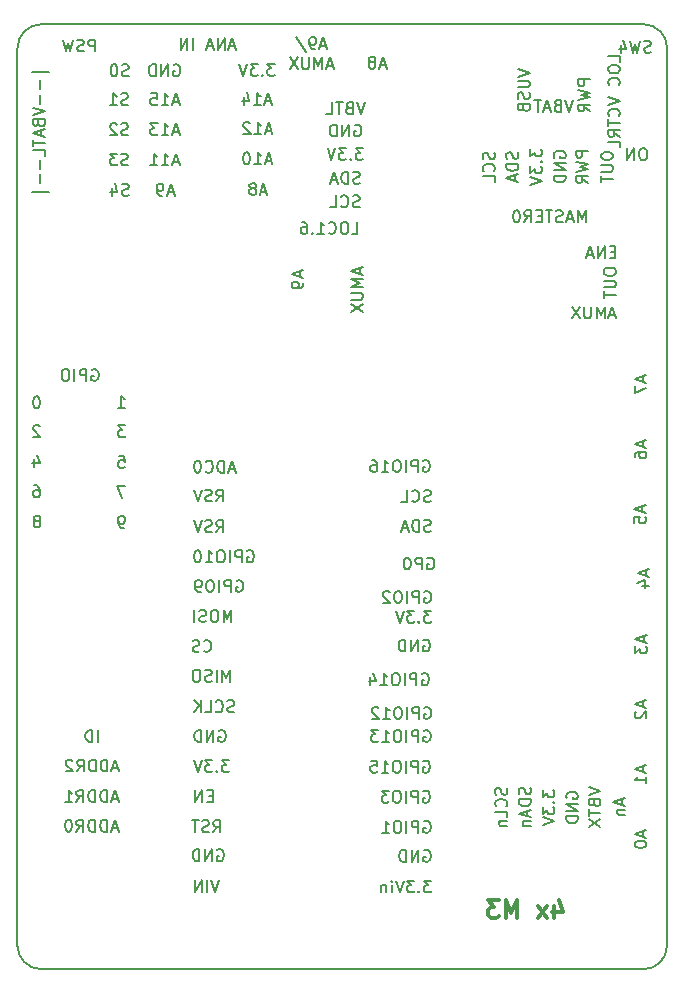
<source format=gbr>
G04 #@! TF.GenerationSoftware,KiCad,Pcbnew,(5.0.0-rc2-190-gf634b7565)*
G04 #@! TF.CreationDate,2018-07-09T23:29:34+02:00*
G04 #@! TF.ProjectId,IoP-mux8-1B,496F502D6D7578382D31422E6B696361,rev?*
G04 #@! TF.SameCoordinates,Original*
G04 #@! TF.FileFunction,Legend,Bot*
G04 #@! TF.FilePolarity,Positive*
%FSLAX46Y46*%
G04 Gerber Fmt 4.6, Leading zero omitted, Abs format (unit mm)*
G04 Created by KiCad (PCBNEW (5.0.0-rc2-190-gf634b7565)) date 07/09/18 23:29:34*
%MOMM*%
%LPD*%
G01*
G04 APERTURE LIST*
%ADD10C,0.300000*%
%ADD11C,0.200000*%
G04 APERTURE END LIST*
D10*
X223464285Y-119678571D02*
X223464285Y-120678571D01*
X223821428Y-119107142D02*
X224178571Y-120178571D01*
X223250000Y-120178571D01*
X222821428Y-120678571D02*
X222035714Y-119678571D01*
X222821428Y-119678571D02*
X222035714Y-120678571D01*
X220321428Y-120678571D02*
X220321428Y-119178571D01*
X219821428Y-120250000D01*
X219321428Y-119178571D01*
X219321428Y-120678571D01*
X218750000Y-119178571D02*
X217821428Y-119178571D01*
X218321428Y-119750000D01*
X218107142Y-119750000D01*
X217964285Y-119821428D01*
X217892857Y-119892857D01*
X217821428Y-120035714D01*
X217821428Y-120392857D01*
X217892857Y-120535714D01*
X217964285Y-120607142D01*
X218107142Y-120678571D01*
X218535714Y-120678571D01*
X218678571Y-120607142D01*
X218750000Y-120535714D01*
D11*
X196544285Y-92100000D02*
X196639523Y-92052380D01*
X196782380Y-92052380D01*
X196925238Y-92100000D01*
X197020476Y-92195238D01*
X197068095Y-92290476D01*
X197115714Y-92480952D01*
X197115714Y-92623809D01*
X197068095Y-92814285D01*
X197020476Y-92909523D01*
X196925238Y-93004761D01*
X196782380Y-93052380D01*
X196687142Y-93052380D01*
X196544285Y-93004761D01*
X196496666Y-92957142D01*
X196496666Y-92623809D01*
X196687142Y-92623809D01*
X196068095Y-93052380D02*
X196068095Y-92052380D01*
X195687142Y-92052380D01*
X195591904Y-92100000D01*
X195544285Y-92147619D01*
X195496666Y-92242857D01*
X195496666Y-92385714D01*
X195544285Y-92480952D01*
X195591904Y-92528571D01*
X195687142Y-92576190D01*
X196068095Y-92576190D01*
X195068095Y-93052380D02*
X195068095Y-92052380D01*
X194401428Y-92052380D02*
X194210952Y-92052380D01*
X194115714Y-92100000D01*
X194020476Y-92195238D01*
X193972857Y-92385714D01*
X193972857Y-92719047D01*
X194020476Y-92909523D01*
X194115714Y-93004761D01*
X194210952Y-93052380D01*
X194401428Y-93052380D01*
X194496666Y-93004761D01*
X194591904Y-92909523D01*
X194639523Y-92719047D01*
X194639523Y-92385714D01*
X194591904Y-92195238D01*
X194496666Y-92100000D01*
X194401428Y-92052380D01*
X193496666Y-93052380D02*
X193306190Y-93052380D01*
X193210952Y-93004761D01*
X193163333Y-92957142D01*
X193068095Y-92814285D01*
X193020476Y-92623809D01*
X193020476Y-92242857D01*
X193068095Y-92147619D01*
X193115714Y-92100000D01*
X193210952Y-92052380D01*
X193401428Y-92052380D01*
X193496666Y-92100000D01*
X193544285Y-92147619D01*
X193591904Y-92242857D01*
X193591904Y-92480952D01*
X193544285Y-92576190D01*
X193496666Y-92623809D01*
X193401428Y-92671428D01*
X193210952Y-92671428D01*
X193115714Y-92623809D01*
X193068095Y-92576190D01*
X193020476Y-92480952D01*
X197446666Y-89600000D02*
X197541904Y-89552380D01*
X197684761Y-89552380D01*
X197827619Y-89600000D01*
X197922857Y-89695238D01*
X197970476Y-89790476D01*
X198018095Y-89980952D01*
X198018095Y-90123809D01*
X197970476Y-90314285D01*
X197922857Y-90409523D01*
X197827619Y-90504761D01*
X197684761Y-90552380D01*
X197589523Y-90552380D01*
X197446666Y-90504761D01*
X197399047Y-90457142D01*
X197399047Y-90123809D01*
X197589523Y-90123809D01*
X196970476Y-90552380D02*
X196970476Y-89552380D01*
X196589523Y-89552380D01*
X196494285Y-89600000D01*
X196446666Y-89647619D01*
X196399047Y-89742857D01*
X196399047Y-89885714D01*
X196446666Y-89980952D01*
X196494285Y-90028571D01*
X196589523Y-90076190D01*
X196970476Y-90076190D01*
X195970476Y-90552380D02*
X195970476Y-89552380D01*
X195303809Y-89552380D02*
X195113333Y-89552380D01*
X195018095Y-89600000D01*
X194922857Y-89695238D01*
X194875238Y-89885714D01*
X194875238Y-90219047D01*
X194922857Y-90409523D01*
X195018095Y-90504761D01*
X195113333Y-90552380D01*
X195303809Y-90552380D01*
X195399047Y-90504761D01*
X195494285Y-90409523D01*
X195541904Y-90219047D01*
X195541904Y-89885714D01*
X195494285Y-89695238D01*
X195399047Y-89600000D01*
X195303809Y-89552380D01*
X193922857Y-90552380D02*
X194494285Y-90552380D01*
X194208571Y-90552380D02*
X194208571Y-89552380D01*
X194303809Y-89695238D01*
X194399047Y-89790476D01*
X194494285Y-89838095D01*
X193303809Y-89552380D02*
X193208571Y-89552380D01*
X193113333Y-89600000D01*
X193065714Y-89647619D01*
X193018095Y-89742857D01*
X192970476Y-89933333D01*
X192970476Y-90171428D01*
X193018095Y-90361904D01*
X193065714Y-90457142D01*
X193113333Y-90504761D01*
X193208571Y-90552380D01*
X193303809Y-90552380D01*
X193399047Y-90504761D01*
X193446666Y-90457142D01*
X193494285Y-90361904D01*
X193541904Y-90171428D01*
X193541904Y-89933333D01*
X193494285Y-89742857D01*
X193446666Y-89647619D01*
X193399047Y-89600000D01*
X193303809Y-89552380D01*
X196399047Y-82666666D02*
X195922857Y-82666666D01*
X196494285Y-82952380D02*
X196160952Y-81952380D01*
X195827619Y-82952380D01*
X195494285Y-82952380D02*
X195494285Y-81952380D01*
X195256190Y-81952380D01*
X195113333Y-82000000D01*
X195018095Y-82095238D01*
X194970476Y-82190476D01*
X194922857Y-82380952D01*
X194922857Y-82523809D01*
X194970476Y-82714285D01*
X195018095Y-82809523D01*
X195113333Y-82904761D01*
X195256190Y-82952380D01*
X195494285Y-82952380D01*
X193922857Y-82857142D02*
X193970476Y-82904761D01*
X194113333Y-82952380D01*
X194208571Y-82952380D01*
X194351428Y-82904761D01*
X194446666Y-82809523D01*
X194494285Y-82714285D01*
X194541904Y-82523809D01*
X194541904Y-82380952D01*
X194494285Y-82190476D01*
X194446666Y-82095238D01*
X194351428Y-82000000D01*
X194208571Y-81952380D01*
X194113333Y-81952380D01*
X193970476Y-82000000D01*
X193922857Y-82047619D01*
X193303809Y-81952380D02*
X193208571Y-81952380D01*
X193113333Y-82000000D01*
X193065714Y-82047619D01*
X193018095Y-82142857D01*
X192970476Y-82333333D01*
X192970476Y-82571428D01*
X193018095Y-82761904D01*
X193065714Y-82857142D01*
X193113333Y-82904761D01*
X193208571Y-82952380D01*
X193303809Y-82952380D01*
X193399047Y-82904761D01*
X193446666Y-82857142D01*
X193494285Y-82761904D01*
X193541904Y-82571428D01*
X193541904Y-82333333D01*
X193494285Y-82142857D01*
X193446666Y-82047619D01*
X193399047Y-82000000D01*
X193303809Y-81952380D01*
X212979523Y-85404761D02*
X212836666Y-85452380D01*
X212598571Y-85452380D01*
X212503333Y-85404761D01*
X212455714Y-85357142D01*
X212408095Y-85261904D01*
X212408095Y-85166666D01*
X212455714Y-85071428D01*
X212503333Y-85023809D01*
X212598571Y-84976190D01*
X212789047Y-84928571D01*
X212884285Y-84880952D01*
X212931904Y-84833333D01*
X212979523Y-84738095D01*
X212979523Y-84642857D01*
X212931904Y-84547619D01*
X212884285Y-84500000D01*
X212789047Y-84452380D01*
X212550952Y-84452380D01*
X212408095Y-84500000D01*
X211408095Y-85357142D02*
X211455714Y-85404761D01*
X211598571Y-85452380D01*
X211693809Y-85452380D01*
X211836666Y-85404761D01*
X211931904Y-85309523D01*
X211979523Y-85214285D01*
X212027142Y-85023809D01*
X212027142Y-84880952D01*
X211979523Y-84690476D01*
X211931904Y-84595238D01*
X211836666Y-84500000D01*
X211693809Y-84452380D01*
X211598571Y-84452380D01*
X211455714Y-84500000D01*
X211408095Y-84547619D01*
X210503333Y-85452380D02*
X210979523Y-85452380D01*
X210979523Y-84452380D01*
X212358095Y-81950000D02*
X212453333Y-81902380D01*
X212596190Y-81902380D01*
X212739047Y-81950000D01*
X212834285Y-82045238D01*
X212881904Y-82140476D01*
X212929523Y-82330952D01*
X212929523Y-82473809D01*
X212881904Y-82664285D01*
X212834285Y-82759523D01*
X212739047Y-82854761D01*
X212596190Y-82902380D01*
X212500952Y-82902380D01*
X212358095Y-82854761D01*
X212310476Y-82807142D01*
X212310476Y-82473809D01*
X212500952Y-82473809D01*
X211881904Y-82902380D02*
X211881904Y-81902380D01*
X211500952Y-81902380D01*
X211405714Y-81950000D01*
X211358095Y-81997619D01*
X211310476Y-82092857D01*
X211310476Y-82235714D01*
X211358095Y-82330952D01*
X211405714Y-82378571D01*
X211500952Y-82426190D01*
X211881904Y-82426190D01*
X210881904Y-82902380D02*
X210881904Y-81902380D01*
X210215238Y-81902380D02*
X210024761Y-81902380D01*
X209929523Y-81950000D01*
X209834285Y-82045238D01*
X209786666Y-82235714D01*
X209786666Y-82569047D01*
X209834285Y-82759523D01*
X209929523Y-82854761D01*
X210024761Y-82902380D01*
X210215238Y-82902380D01*
X210310476Y-82854761D01*
X210405714Y-82759523D01*
X210453333Y-82569047D01*
X210453333Y-82235714D01*
X210405714Y-82045238D01*
X210310476Y-81950000D01*
X210215238Y-81902380D01*
X208834285Y-82902380D02*
X209405714Y-82902380D01*
X209120000Y-82902380D02*
X209120000Y-81902380D01*
X209215238Y-82045238D01*
X209310476Y-82140476D01*
X209405714Y-82188095D01*
X207977142Y-81902380D02*
X208167619Y-81902380D01*
X208262857Y-81950000D01*
X208310476Y-81997619D01*
X208405714Y-82140476D01*
X208453333Y-82330952D01*
X208453333Y-82711904D01*
X208405714Y-82807142D01*
X208358095Y-82854761D01*
X208262857Y-82902380D01*
X208072380Y-82902380D01*
X207977142Y-82854761D01*
X207929523Y-82807142D01*
X207881904Y-82711904D01*
X207881904Y-82473809D01*
X207929523Y-82378571D01*
X207977142Y-82330952D01*
X208072380Y-82283333D01*
X208262857Y-82283333D01*
X208358095Y-82330952D01*
X208405714Y-82378571D01*
X208453333Y-82473809D01*
X195925238Y-107302380D02*
X195306190Y-107302380D01*
X195639523Y-107683333D01*
X195496666Y-107683333D01*
X195401428Y-107730952D01*
X195353809Y-107778571D01*
X195306190Y-107873809D01*
X195306190Y-108111904D01*
X195353809Y-108207142D01*
X195401428Y-108254761D01*
X195496666Y-108302380D01*
X195782380Y-108302380D01*
X195877619Y-108254761D01*
X195925238Y-108207142D01*
X194877619Y-108207142D02*
X194830000Y-108254761D01*
X194877619Y-108302380D01*
X194925238Y-108254761D01*
X194877619Y-108207142D01*
X194877619Y-108302380D01*
X194496666Y-107302380D02*
X193877619Y-107302380D01*
X194210952Y-107683333D01*
X194068095Y-107683333D01*
X193972857Y-107730952D01*
X193925238Y-107778571D01*
X193877619Y-107873809D01*
X193877619Y-108111904D01*
X193925238Y-108207142D01*
X193972857Y-108254761D01*
X194068095Y-108302380D01*
X194353809Y-108302380D01*
X194449047Y-108254761D01*
X194496666Y-108207142D01*
X193591904Y-107302380D02*
X193258571Y-108302380D01*
X192925238Y-107302380D01*
X195065714Y-104800000D02*
X195160952Y-104752380D01*
X195303809Y-104752380D01*
X195446666Y-104800000D01*
X195541904Y-104895238D01*
X195589523Y-104990476D01*
X195637142Y-105180952D01*
X195637142Y-105323809D01*
X195589523Y-105514285D01*
X195541904Y-105609523D01*
X195446666Y-105704761D01*
X195303809Y-105752380D01*
X195208571Y-105752380D01*
X195065714Y-105704761D01*
X195018095Y-105657142D01*
X195018095Y-105323809D01*
X195208571Y-105323809D01*
X194589523Y-105752380D02*
X194589523Y-104752380D01*
X194018095Y-105752380D01*
X194018095Y-104752380D01*
X193541904Y-105752380D02*
X193541904Y-104752380D01*
X193303809Y-104752380D01*
X193160952Y-104800000D01*
X193065714Y-104895238D01*
X193018095Y-104990476D01*
X192970476Y-105180952D01*
X192970476Y-105323809D01*
X193018095Y-105514285D01*
X193065714Y-105609523D01*
X193160952Y-105704761D01*
X193303809Y-105752380D01*
X193541904Y-105752380D01*
X196351428Y-103204761D02*
X196208571Y-103252380D01*
X195970476Y-103252380D01*
X195875238Y-103204761D01*
X195827619Y-103157142D01*
X195780000Y-103061904D01*
X195780000Y-102966666D01*
X195827619Y-102871428D01*
X195875238Y-102823809D01*
X195970476Y-102776190D01*
X196160952Y-102728571D01*
X196256190Y-102680952D01*
X196303809Y-102633333D01*
X196351428Y-102538095D01*
X196351428Y-102442857D01*
X196303809Y-102347619D01*
X196256190Y-102300000D01*
X196160952Y-102252380D01*
X195922857Y-102252380D01*
X195780000Y-102300000D01*
X194780000Y-103157142D02*
X194827619Y-103204761D01*
X194970476Y-103252380D01*
X195065714Y-103252380D01*
X195208571Y-103204761D01*
X195303809Y-103109523D01*
X195351428Y-103014285D01*
X195399047Y-102823809D01*
X195399047Y-102680952D01*
X195351428Y-102490476D01*
X195303809Y-102395238D01*
X195208571Y-102300000D01*
X195065714Y-102252380D01*
X194970476Y-102252380D01*
X194827619Y-102300000D01*
X194780000Y-102347619D01*
X193875238Y-103252380D02*
X194351428Y-103252380D01*
X194351428Y-102252380D01*
X193541904Y-103252380D02*
X193541904Y-102252380D01*
X192970476Y-103252380D02*
X193399047Y-102680952D01*
X192970476Y-102252380D02*
X193541904Y-102823809D01*
X196010952Y-100652380D02*
X196010952Y-99652380D01*
X195677619Y-100366666D01*
X195344285Y-99652380D01*
X195344285Y-100652380D01*
X194868095Y-100652380D02*
X194868095Y-99652380D01*
X194439523Y-100604761D02*
X194296666Y-100652380D01*
X194058571Y-100652380D01*
X193963333Y-100604761D01*
X193915714Y-100557142D01*
X193868095Y-100461904D01*
X193868095Y-100366666D01*
X193915714Y-100271428D01*
X193963333Y-100223809D01*
X194058571Y-100176190D01*
X194249047Y-100128571D01*
X194344285Y-100080952D01*
X194391904Y-100033333D01*
X194439523Y-99938095D01*
X194439523Y-99842857D01*
X194391904Y-99747619D01*
X194344285Y-99700000D01*
X194249047Y-99652380D01*
X194010952Y-99652380D01*
X193868095Y-99700000D01*
X193249047Y-99652380D02*
X193058571Y-99652380D01*
X192963333Y-99700000D01*
X192868095Y-99795238D01*
X192820476Y-99985714D01*
X192820476Y-100319047D01*
X192868095Y-100509523D01*
X192963333Y-100604761D01*
X193058571Y-100652380D01*
X193249047Y-100652380D01*
X193344285Y-100604761D01*
X193439523Y-100509523D01*
X193487142Y-100319047D01*
X193487142Y-99985714D01*
X193439523Y-99795238D01*
X193344285Y-99700000D01*
X193249047Y-99652380D01*
X193772857Y-98057142D02*
X193820476Y-98104761D01*
X193963333Y-98152380D01*
X194058571Y-98152380D01*
X194201428Y-98104761D01*
X194296666Y-98009523D01*
X194344285Y-97914285D01*
X194391904Y-97723809D01*
X194391904Y-97580952D01*
X194344285Y-97390476D01*
X194296666Y-97295238D01*
X194201428Y-97200000D01*
X194058571Y-97152380D01*
X193963333Y-97152380D01*
X193820476Y-97200000D01*
X193772857Y-97247619D01*
X193391904Y-98104761D02*
X193249047Y-98152380D01*
X193010952Y-98152380D01*
X192915714Y-98104761D01*
X192868095Y-98057142D01*
X192820476Y-97961904D01*
X192820476Y-97866666D01*
X192868095Y-97771428D01*
X192915714Y-97723809D01*
X193010952Y-97676190D01*
X193201428Y-97628571D01*
X193296666Y-97580952D01*
X193344285Y-97533333D01*
X193391904Y-97438095D01*
X193391904Y-97342857D01*
X193344285Y-97247619D01*
X193296666Y-97200000D01*
X193201428Y-97152380D01*
X192963333Y-97152380D01*
X192820476Y-97200000D01*
X196110952Y-95602380D02*
X196110952Y-94602380D01*
X195777619Y-95316666D01*
X195444285Y-94602380D01*
X195444285Y-95602380D01*
X194777619Y-94602380D02*
X194587142Y-94602380D01*
X194491904Y-94650000D01*
X194396666Y-94745238D01*
X194349047Y-94935714D01*
X194349047Y-95269047D01*
X194396666Y-95459523D01*
X194491904Y-95554761D01*
X194587142Y-95602380D01*
X194777619Y-95602380D01*
X194872857Y-95554761D01*
X194968095Y-95459523D01*
X195015714Y-95269047D01*
X195015714Y-94935714D01*
X194968095Y-94745238D01*
X194872857Y-94650000D01*
X194777619Y-94602380D01*
X193968095Y-95554761D02*
X193825238Y-95602380D01*
X193587142Y-95602380D01*
X193491904Y-95554761D01*
X193444285Y-95507142D01*
X193396666Y-95411904D01*
X193396666Y-95316666D01*
X193444285Y-95221428D01*
X193491904Y-95173809D01*
X193587142Y-95126190D01*
X193777619Y-95078571D01*
X193872857Y-95030952D01*
X193920476Y-94983333D01*
X193968095Y-94888095D01*
X193968095Y-94792857D01*
X193920476Y-94697619D01*
X193872857Y-94650000D01*
X193777619Y-94602380D01*
X193539523Y-94602380D01*
X193396666Y-94650000D01*
X192968095Y-95602380D02*
X192968095Y-94602380D01*
X195065714Y-117452380D02*
X194732380Y-118452380D01*
X194399047Y-117452380D01*
X194065714Y-118452380D02*
X194065714Y-117452380D01*
X193589523Y-118452380D02*
X193589523Y-117452380D01*
X193018095Y-118452380D01*
X193018095Y-117452380D01*
X194915714Y-114900000D02*
X195010952Y-114852380D01*
X195153809Y-114852380D01*
X195296666Y-114900000D01*
X195391904Y-114995238D01*
X195439523Y-115090476D01*
X195487142Y-115280952D01*
X195487142Y-115423809D01*
X195439523Y-115614285D01*
X195391904Y-115709523D01*
X195296666Y-115804761D01*
X195153809Y-115852380D01*
X195058571Y-115852380D01*
X194915714Y-115804761D01*
X194868095Y-115757142D01*
X194868095Y-115423809D01*
X195058571Y-115423809D01*
X194439523Y-115852380D02*
X194439523Y-114852380D01*
X193868095Y-115852380D01*
X193868095Y-114852380D01*
X193391904Y-115852380D02*
X193391904Y-114852380D01*
X193153809Y-114852380D01*
X193010952Y-114900000D01*
X192915714Y-114995238D01*
X192868095Y-115090476D01*
X192820476Y-115280952D01*
X192820476Y-115423809D01*
X192868095Y-115614285D01*
X192915714Y-115709523D01*
X193010952Y-115804761D01*
X193153809Y-115852380D01*
X193391904Y-115852380D01*
X194584761Y-113402380D02*
X194918095Y-112926190D01*
X195156190Y-113402380D02*
X195156190Y-112402380D01*
X194775238Y-112402380D01*
X194680000Y-112450000D01*
X194632380Y-112497619D01*
X194584761Y-112592857D01*
X194584761Y-112735714D01*
X194632380Y-112830952D01*
X194680000Y-112878571D01*
X194775238Y-112926190D01*
X195156190Y-112926190D01*
X194203809Y-113354761D02*
X194060952Y-113402380D01*
X193822857Y-113402380D01*
X193727619Y-113354761D01*
X193680000Y-113307142D01*
X193632380Y-113211904D01*
X193632380Y-113116666D01*
X193680000Y-113021428D01*
X193727619Y-112973809D01*
X193822857Y-112926190D01*
X194013333Y-112878571D01*
X194108571Y-112830952D01*
X194156190Y-112783333D01*
X194203809Y-112688095D01*
X194203809Y-112592857D01*
X194156190Y-112497619D01*
X194108571Y-112450000D01*
X194013333Y-112402380D01*
X193775238Y-112402380D01*
X193632380Y-112450000D01*
X193346666Y-112402380D02*
X192775238Y-112402380D01*
X193060952Y-113402380D02*
X193060952Y-112402380D01*
X194830000Y-85402380D02*
X195163333Y-84926190D01*
X195401428Y-85402380D02*
X195401428Y-84402380D01*
X195020476Y-84402380D01*
X194925238Y-84450000D01*
X194877619Y-84497619D01*
X194830000Y-84592857D01*
X194830000Y-84735714D01*
X194877619Y-84830952D01*
X194925238Y-84878571D01*
X195020476Y-84926190D01*
X195401428Y-84926190D01*
X194449047Y-85354761D02*
X194306190Y-85402380D01*
X194068095Y-85402380D01*
X193972857Y-85354761D01*
X193925238Y-85307142D01*
X193877619Y-85211904D01*
X193877619Y-85116666D01*
X193925238Y-85021428D01*
X193972857Y-84973809D01*
X194068095Y-84926190D01*
X194258571Y-84878571D01*
X194353809Y-84830952D01*
X194401428Y-84783333D01*
X194449047Y-84688095D01*
X194449047Y-84592857D01*
X194401428Y-84497619D01*
X194353809Y-84450000D01*
X194258571Y-84402380D01*
X194020476Y-84402380D01*
X193877619Y-84450000D01*
X193591904Y-84402380D02*
X193258571Y-85402380D01*
X192925238Y-84402380D01*
X194830000Y-88002380D02*
X195163333Y-87526190D01*
X195401428Y-88002380D02*
X195401428Y-87002380D01*
X195020476Y-87002380D01*
X194925238Y-87050000D01*
X194877619Y-87097619D01*
X194830000Y-87192857D01*
X194830000Y-87335714D01*
X194877619Y-87430952D01*
X194925238Y-87478571D01*
X195020476Y-87526190D01*
X195401428Y-87526190D01*
X194449047Y-87954761D02*
X194306190Y-88002380D01*
X194068095Y-88002380D01*
X193972857Y-87954761D01*
X193925238Y-87907142D01*
X193877619Y-87811904D01*
X193877619Y-87716666D01*
X193925238Y-87621428D01*
X193972857Y-87573809D01*
X194068095Y-87526190D01*
X194258571Y-87478571D01*
X194353809Y-87430952D01*
X194401428Y-87383333D01*
X194449047Y-87288095D01*
X194449047Y-87192857D01*
X194401428Y-87097619D01*
X194353809Y-87050000D01*
X194258571Y-87002380D01*
X194020476Y-87002380D01*
X193877619Y-87050000D01*
X193591904Y-87002380D02*
X193258571Y-88002380D01*
X192925238Y-87002380D01*
X194544285Y-110328571D02*
X194210952Y-110328571D01*
X194068095Y-110852380D02*
X194544285Y-110852380D01*
X194544285Y-109852380D01*
X194068095Y-109852380D01*
X193639523Y-110852380D02*
X193639523Y-109852380D01*
X193068095Y-110852380D01*
X193068095Y-109852380D01*
X212979523Y-87904761D02*
X212836666Y-87952380D01*
X212598571Y-87952380D01*
X212503333Y-87904761D01*
X212455714Y-87857142D01*
X212408095Y-87761904D01*
X212408095Y-87666666D01*
X212455714Y-87571428D01*
X212503333Y-87523809D01*
X212598571Y-87476190D01*
X212789047Y-87428571D01*
X212884285Y-87380952D01*
X212931904Y-87333333D01*
X212979523Y-87238095D01*
X212979523Y-87142857D01*
X212931904Y-87047619D01*
X212884285Y-87000000D01*
X212789047Y-86952380D01*
X212550952Y-86952380D01*
X212408095Y-87000000D01*
X211979523Y-87952380D02*
X211979523Y-86952380D01*
X211741428Y-86952380D01*
X211598571Y-87000000D01*
X211503333Y-87095238D01*
X211455714Y-87190476D01*
X211408095Y-87380952D01*
X211408095Y-87523809D01*
X211455714Y-87714285D01*
X211503333Y-87809523D01*
X211598571Y-87904761D01*
X211741428Y-87952380D01*
X211979523Y-87952380D01*
X211027142Y-87666666D02*
X210550952Y-87666666D01*
X211122380Y-87952380D02*
X210789047Y-86952380D01*
X210455714Y-87952380D01*
X212708095Y-90200000D02*
X212803333Y-90152380D01*
X212946190Y-90152380D01*
X213089047Y-90200000D01*
X213184285Y-90295238D01*
X213231904Y-90390476D01*
X213279523Y-90580952D01*
X213279523Y-90723809D01*
X213231904Y-90914285D01*
X213184285Y-91009523D01*
X213089047Y-91104761D01*
X212946190Y-91152380D01*
X212850952Y-91152380D01*
X212708095Y-91104761D01*
X212660476Y-91057142D01*
X212660476Y-90723809D01*
X212850952Y-90723809D01*
X212231904Y-91152380D02*
X212231904Y-90152380D01*
X211850952Y-90152380D01*
X211755714Y-90200000D01*
X211708095Y-90247619D01*
X211660476Y-90342857D01*
X211660476Y-90485714D01*
X211708095Y-90580952D01*
X211755714Y-90628571D01*
X211850952Y-90676190D01*
X212231904Y-90676190D01*
X211041428Y-90152380D02*
X210946190Y-90152380D01*
X210850952Y-90200000D01*
X210803333Y-90247619D01*
X210755714Y-90342857D01*
X210708095Y-90533333D01*
X210708095Y-90771428D01*
X210755714Y-90961904D01*
X210803333Y-91057142D01*
X210850952Y-91104761D01*
X210946190Y-91152380D01*
X211041428Y-91152380D01*
X211136666Y-91104761D01*
X211184285Y-91057142D01*
X211231904Y-90961904D01*
X211279523Y-90771428D01*
X211279523Y-90533333D01*
X211231904Y-90342857D01*
X211184285Y-90247619D01*
X211136666Y-90200000D01*
X211041428Y-90152380D01*
X212458095Y-93050000D02*
X212553333Y-93002380D01*
X212696190Y-93002380D01*
X212839047Y-93050000D01*
X212934285Y-93145238D01*
X212981904Y-93240476D01*
X213029523Y-93430952D01*
X213029523Y-93573809D01*
X212981904Y-93764285D01*
X212934285Y-93859523D01*
X212839047Y-93954761D01*
X212696190Y-94002380D01*
X212600952Y-94002380D01*
X212458095Y-93954761D01*
X212410476Y-93907142D01*
X212410476Y-93573809D01*
X212600952Y-93573809D01*
X211981904Y-94002380D02*
X211981904Y-93002380D01*
X211600952Y-93002380D01*
X211505714Y-93050000D01*
X211458095Y-93097619D01*
X211410476Y-93192857D01*
X211410476Y-93335714D01*
X211458095Y-93430952D01*
X211505714Y-93478571D01*
X211600952Y-93526190D01*
X211981904Y-93526190D01*
X210981904Y-94002380D02*
X210981904Y-93002380D01*
X210315238Y-93002380D02*
X210124761Y-93002380D01*
X210029523Y-93050000D01*
X209934285Y-93145238D01*
X209886666Y-93335714D01*
X209886666Y-93669047D01*
X209934285Y-93859523D01*
X210029523Y-93954761D01*
X210124761Y-94002380D01*
X210315238Y-94002380D01*
X210410476Y-93954761D01*
X210505714Y-93859523D01*
X210553333Y-93669047D01*
X210553333Y-93335714D01*
X210505714Y-93145238D01*
X210410476Y-93050000D01*
X210315238Y-93002380D01*
X209505714Y-93097619D02*
X209458095Y-93050000D01*
X209362857Y-93002380D01*
X209124761Y-93002380D01*
X209029523Y-93050000D01*
X208981904Y-93097619D01*
X208934285Y-93192857D01*
X208934285Y-93288095D01*
X208981904Y-93430952D01*
X209553333Y-94002380D01*
X208934285Y-94002380D01*
X213027142Y-94652380D02*
X212408095Y-94652380D01*
X212741428Y-95033333D01*
X212598571Y-95033333D01*
X212503333Y-95080952D01*
X212455714Y-95128571D01*
X212408095Y-95223809D01*
X212408095Y-95461904D01*
X212455714Y-95557142D01*
X212503333Y-95604761D01*
X212598571Y-95652380D01*
X212884285Y-95652380D01*
X212979523Y-95604761D01*
X213027142Y-95557142D01*
X211979523Y-95557142D02*
X211931904Y-95604761D01*
X211979523Y-95652380D01*
X212027142Y-95604761D01*
X211979523Y-95557142D01*
X211979523Y-95652380D01*
X211598571Y-94652380D02*
X210979523Y-94652380D01*
X211312857Y-95033333D01*
X211170000Y-95033333D01*
X211074761Y-95080952D01*
X211027142Y-95128571D01*
X210979523Y-95223809D01*
X210979523Y-95461904D01*
X211027142Y-95557142D01*
X211074761Y-95604761D01*
X211170000Y-95652380D01*
X211455714Y-95652380D01*
X211550952Y-95604761D01*
X211598571Y-95557142D01*
X210693809Y-94652380D02*
X210360476Y-95652380D01*
X210027142Y-94652380D01*
X212358095Y-97150000D02*
X212453333Y-97102380D01*
X212596190Y-97102380D01*
X212739047Y-97150000D01*
X212834285Y-97245238D01*
X212881904Y-97340476D01*
X212929523Y-97530952D01*
X212929523Y-97673809D01*
X212881904Y-97864285D01*
X212834285Y-97959523D01*
X212739047Y-98054761D01*
X212596190Y-98102380D01*
X212500952Y-98102380D01*
X212358095Y-98054761D01*
X212310476Y-98007142D01*
X212310476Y-97673809D01*
X212500952Y-97673809D01*
X211881904Y-98102380D02*
X211881904Y-97102380D01*
X211310476Y-98102380D01*
X211310476Y-97102380D01*
X210834285Y-98102380D02*
X210834285Y-97102380D01*
X210596190Y-97102380D01*
X210453333Y-97150000D01*
X210358095Y-97245238D01*
X210310476Y-97340476D01*
X210262857Y-97530952D01*
X210262857Y-97673809D01*
X210310476Y-97864285D01*
X210358095Y-97959523D01*
X210453333Y-98054761D01*
X210596190Y-98102380D01*
X210834285Y-98102380D01*
X212258095Y-100000000D02*
X212353333Y-99952380D01*
X212496190Y-99952380D01*
X212639047Y-100000000D01*
X212734285Y-100095238D01*
X212781904Y-100190476D01*
X212829523Y-100380952D01*
X212829523Y-100523809D01*
X212781904Y-100714285D01*
X212734285Y-100809523D01*
X212639047Y-100904761D01*
X212496190Y-100952380D01*
X212400952Y-100952380D01*
X212258095Y-100904761D01*
X212210476Y-100857142D01*
X212210476Y-100523809D01*
X212400952Y-100523809D01*
X211781904Y-100952380D02*
X211781904Y-99952380D01*
X211400952Y-99952380D01*
X211305714Y-100000000D01*
X211258095Y-100047619D01*
X211210476Y-100142857D01*
X211210476Y-100285714D01*
X211258095Y-100380952D01*
X211305714Y-100428571D01*
X211400952Y-100476190D01*
X211781904Y-100476190D01*
X210781904Y-100952380D02*
X210781904Y-99952380D01*
X210115238Y-99952380D02*
X209924761Y-99952380D01*
X209829523Y-100000000D01*
X209734285Y-100095238D01*
X209686666Y-100285714D01*
X209686666Y-100619047D01*
X209734285Y-100809523D01*
X209829523Y-100904761D01*
X209924761Y-100952380D01*
X210115238Y-100952380D01*
X210210476Y-100904761D01*
X210305714Y-100809523D01*
X210353333Y-100619047D01*
X210353333Y-100285714D01*
X210305714Y-100095238D01*
X210210476Y-100000000D01*
X210115238Y-99952380D01*
X208734285Y-100952380D02*
X209305714Y-100952380D01*
X209020000Y-100952380D02*
X209020000Y-99952380D01*
X209115238Y-100095238D01*
X209210476Y-100190476D01*
X209305714Y-100238095D01*
X207877142Y-100285714D02*
X207877142Y-100952380D01*
X208115238Y-99904761D02*
X208353333Y-100619047D01*
X207734285Y-100619047D01*
X212458095Y-102850000D02*
X212553333Y-102802380D01*
X212696190Y-102802380D01*
X212839047Y-102850000D01*
X212934285Y-102945238D01*
X212981904Y-103040476D01*
X213029523Y-103230952D01*
X213029523Y-103373809D01*
X212981904Y-103564285D01*
X212934285Y-103659523D01*
X212839047Y-103754761D01*
X212696190Y-103802380D01*
X212600952Y-103802380D01*
X212458095Y-103754761D01*
X212410476Y-103707142D01*
X212410476Y-103373809D01*
X212600952Y-103373809D01*
X211981904Y-103802380D02*
X211981904Y-102802380D01*
X211600952Y-102802380D01*
X211505714Y-102850000D01*
X211458095Y-102897619D01*
X211410476Y-102992857D01*
X211410476Y-103135714D01*
X211458095Y-103230952D01*
X211505714Y-103278571D01*
X211600952Y-103326190D01*
X211981904Y-103326190D01*
X210981904Y-103802380D02*
X210981904Y-102802380D01*
X210315238Y-102802380D02*
X210124761Y-102802380D01*
X210029523Y-102850000D01*
X209934285Y-102945238D01*
X209886666Y-103135714D01*
X209886666Y-103469047D01*
X209934285Y-103659523D01*
X210029523Y-103754761D01*
X210124761Y-103802380D01*
X210315238Y-103802380D01*
X210410476Y-103754761D01*
X210505714Y-103659523D01*
X210553333Y-103469047D01*
X210553333Y-103135714D01*
X210505714Y-102945238D01*
X210410476Y-102850000D01*
X210315238Y-102802380D01*
X208934285Y-103802380D02*
X209505714Y-103802380D01*
X209220000Y-103802380D02*
X209220000Y-102802380D01*
X209315238Y-102945238D01*
X209410476Y-103040476D01*
X209505714Y-103088095D01*
X208553333Y-102897619D02*
X208505714Y-102850000D01*
X208410476Y-102802380D01*
X208172380Y-102802380D01*
X208077142Y-102850000D01*
X208029523Y-102897619D01*
X207981904Y-102992857D01*
X207981904Y-103088095D01*
X208029523Y-103230952D01*
X208600952Y-103802380D01*
X207981904Y-103802380D01*
X212408095Y-104800000D02*
X212503333Y-104752380D01*
X212646190Y-104752380D01*
X212789047Y-104800000D01*
X212884285Y-104895238D01*
X212931904Y-104990476D01*
X212979523Y-105180952D01*
X212979523Y-105323809D01*
X212931904Y-105514285D01*
X212884285Y-105609523D01*
X212789047Y-105704761D01*
X212646190Y-105752380D01*
X212550952Y-105752380D01*
X212408095Y-105704761D01*
X212360476Y-105657142D01*
X212360476Y-105323809D01*
X212550952Y-105323809D01*
X211931904Y-105752380D02*
X211931904Y-104752380D01*
X211550952Y-104752380D01*
X211455714Y-104800000D01*
X211408095Y-104847619D01*
X211360476Y-104942857D01*
X211360476Y-105085714D01*
X211408095Y-105180952D01*
X211455714Y-105228571D01*
X211550952Y-105276190D01*
X211931904Y-105276190D01*
X210931904Y-105752380D02*
X210931904Y-104752380D01*
X210265238Y-104752380D02*
X210074761Y-104752380D01*
X209979523Y-104800000D01*
X209884285Y-104895238D01*
X209836666Y-105085714D01*
X209836666Y-105419047D01*
X209884285Y-105609523D01*
X209979523Y-105704761D01*
X210074761Y-105752380D01*
X210265238Y-105752380D01*
X210360476Y-105704761D01*
X210455714Y-105609523D01*
X210503333Y-105419047D01*
X210503333Y-105085714D01*
X210455714Y-104895238D01*
X210360476Y-104800000D01*
X210265238Y-104752380D01*
X208884285Y-105752380D02*
X209455714Y-105752380D01*
X209170000Y-105752380D02*
X209170000Y-104752380D01*
X209265238Y-104895238D01*
X209360476Y-104990476D01*
X209455714Y-105038095D01*
X208550952Y-104752380D02*
X207931904Y-104752380D01*
X208265238Y-105133333D01*
X208122380Y-105133333D01*
X208027142Y-105180952D01*
X207979523Y-105228571D01*
X207931904Y-105323809D01*
X207931904Y-105561904D01*
X207979523Y-105657142D01*
X208027142Y-105704761D01*
X208122380Y-105752380D01*
X208408095Y-105752380D01*
X208503333Y-105704761D01*
X208550952Y-105657142D01*
X212358095Y-107400000D02*
X212453333Y-107352380D01*
X212596190Y-107352380D01*
X212739047Y-107400000D01*
X212834285Y-107495238D01*
X212881904Y-107590476D01*
X212929523Y-107780952D01*
X212929523Y-107923809D01*
X212881904Y-108114285D01*
X212834285Y-108209523D01*
X212739047Y-108304761D01*
X212596190Y-108352380D01*
X212500952Y-108352380D01*
X212358095Y-108304761D01*
X212310476Y-108257142D01*
X212310476Y-107923809D01*
X212500952Y-107923809D01*
X211881904Y-108352380D02*
X211881904Y-107352380D01*
X211500952Y-107352380D01*
X211405714Y-107400000D01*
X211358095Y-107447619D01*
X211310476Y-107542857D01*
X211310476Y-107685714D01*
X211358095Y-107780952D01*
X211405714Y-107828571D01*
X211500952Y-107876190D01*
X211881904Y-107876190D01*
X210881904Y-108352380D02*
X210881904Y-107352380D01*
X210215238Y-107352380D02*
X210024761Y-107352380D01*
X209929523Y-107400000D01*
X209834285Y-107495238D01*
X209786666Y-107685714D01*
X209786666Y-108019047D01*
X209834285Y-108209523D01*
X209929523Y-108304761D01*
X210024761Y-108352380D01*
X210215238Y-108352380D01*
X210310476Y-108304761D01*
X210405714Y-108209523D01*
X210453333Y-108019047D01*
X210453333Y-107685714D01*
X210405714Y-107495238D01*
X210310476Y-107400000D01*
X210215238Y-107352380D01*
X208834285Y-108352380D02*
X209405714Y-108352380D01*
X209120000Y-108352380D02*
X209120000Y-107352380D01*
X209215238Y-107495238D01*
X209310476Y-107590476D01*
X209405714Y-107638095D01*
X207929523Y-107352380D02*
X208405714Y-107352380D01*
X208453333Y-107828571D01*
X208405714Y-107780952D01*
X208310476Y-107733333D01*
X208072380Y-107733333D01*
X207977142Y-107780952D01*
X207929523Y-107828571D01*
X207881904Y-107923809D01*
X207881904Y-108161904D01*
X207929523Y-108257142D01*
X207977142Y-108304761D01*
X208072380Y-108352380D01*
X208310476Y-108352380D01*
X208405714Y-108304761D01*
X208453333Y-108257142D01*
X212358095Y-109950000D02*
X212453333Y-109902380D01*
X212596190Y-109902380D01*
X212739047Y-109950000D01*
X212834285Y-110045238D01*
X212881904Y-110140476D01*
X212929523Y-110330952D01*
X212929523Y-110473809D01*
X212881904Y-110664285D01*
X212834285Y-110759523D01*
X212739047Y-110854761D01*
X212596190Y-110902380D01*
X212500952Y-110902380D01*
X212358095Y-110854761D01*
X212310476Y-110807142D01*
X212310476Y-110473809D01*
X212500952Y-110473809D01*
X211881904Y-110902380D02*
X211881904Y-109902380D01*
X211500952Y-109902380D01*
X211405714Y-109950000D01*
X211358095Y-109997619D01*
X211310476Y-110092857D01*
X211310476Y-110235714D01*
X211358095Y-110330952D01*
X211405714Y-110378571D01*
X211500952Y-110426190D01*
X211881904Y-110426190D01*
X210881904Y-110902380D02*
X210881904Y-109902380D01*
X210215238Y-109902380D02*
X210024761Y-109902380D01*
X209929523Y-109950000D01*
X209834285Y-110045238D01*
X209786666Y-110235714D01*
X209786666Y-110569047D01*
X209834285Y-110759523D01*
X209929523Y-110854761D01*
X210024761Y-110902380D01*
X210215238Y-110902380D01*
X210310476Y-110854761D01*
X210405714Y-110759523D01*
X210453333Y-110569047D01*
X210453333Y-110235714D01*
X210405714Y-110045238D01*
X210310476Y-109950000D01*
X210215238Y-109902380D01*
X209453333Y-109902380D02*
X208834285Y-109902380D01*
X209167619Y-110283333D01*
X209024761Y-110283333D01*
X208929523Y-110330952D01*
X208881904Y-110378571D01*
X208834285Y-110473809D01*
X208834285Y-110711904D01*
X208881904Y-110807142D01*
X208929523Y-110854761D01*
X209024761Y-110902380D01*
X209310476Y-110902380D01*
X209405714Y-110854761D01*
X209453333Y-110807142D01*
X212408095Y-112500000D02*
X212503333Y-112452380D01*
X212646190Y-112452380D01*
X212789047Y-112500000D01*
X212884285Y-112595238D01*
X212931904Y-112690476D01*
X212979523Y-112880952D01*
X212979523Y-113023809D01*
X212931904Y-113214285D01*
X212884285Y-113309523D01*
X212789047Y-113404761D01*
X212646190Y-113452380D01*
X212550952Y-113452380D01*
X212408095Y-113404761D01*
X212360476Y-113357142D01*
X212360476Y-113023809D01*
X212550952Y-113023809D01*
X211931904Y-113452380D02*
X211931904Y-112452380D01*
X211550952Y-112452380D01*
X211455714Y-112500000D01*
X211408095Y-112547619D01*
X211360476Y-112642857D01*
X211360476Y-112785714D01*
X211408095Y-112880952D01*
X211455714Y-112928571D01*
X211550952Y-112976190D01*
X211931904Y-112976190D01*
X210931904Y-113452380D02*
X210931904Y-112452380D01*
X210265238Y-112452380D02*
X210074761Y-112452380D01*
X209979523Y-112500000D01*
X209884285Y-112595238D01*
X209836666Y-112785714D01*
X209836666Y-113119047D01*
X209884285Y-113309523D01*
X209979523Y-113404761D01*
X210074761Y-113452380D01*
X210265238Y-113452380D01*
X210360476Y-113404761D01*
X210455714Y-113309523D01*
X210503333Y-113119047D01*
X210503333Y-112785714D01*
X210455714Y-112595238D01*
X210360476Y-112500000D01*
X210265238Y-112452380D01*
X208884285Y-113452380D02*
X209455714Y-113452380D01*
X209170000Y-113452380D02*
X209170000Y-112452380D01*
X209265238Y-112595238D01*
X209360476Y-112690476D01*
X209455714Y-112738095D01*
X212408095Y-114950000D02*
X212503333Y-114902380D01*
X212646190Y-114902380D01*
X212789047Y-114950000D01*
X212884285Y-115045238D01*
X212931904Y-115140476D01*
X212979523Y-115330952D01*
X212979523Y-115473809D01*
X212931904Y-115664285D01*
X212884285Y-115759523D01*
X212789047Y-115854761D01*
X212646190Y-115902380D01*
X212550952Y-115902380D01*
X212408095Y-115854761D01*
X212360476Y-115807142D01*
X212360476Y-115473809D01*
X212550952Y-115473809D01*
X211931904Y-115902380D02*
X211931904Y-114902380D01*
X211360476Y-115902380D01*
X211360476Y-114902380D01*
X210884285Y-115902380D02*
X210884285Y-114902380D01*
X210646190Y-114902380D01*
X210503333Y-114950000D01*
X210408095Y-115045238D01*
X210360476Y-115140476D01*
X210312857Y-115330952D01*
X210312857Y-115473809D01*
X210360476Y-115664285D01*
X210408095Y-115759523D01*
X210503333Y-115854761D01*
X210646190Y-115902380D01*
X210884285Y-115902380D01*
X206966666Y-65690476D02*
X206966666Y-66166666D01*
X207252380Y-65595238D02*
X206252380Y-65928571D01*
X207252380Y-66261904D01*
X207252380Y-66595238D02*
X206252380Y-66595238D01*
X206966666Y-66928571D01*
X206252380Y-67261904D01*
X207252380Y-67261904D01*
X206252380Y-67738095D02*
X207061904Y-67738095D01*
X207157142Y-67785714D01*
X207204761Y-67833333D01*
X207252380Y-67928571D01*
X207252380Y-68119047D01*
X207204761Y-68214285D01*
X207157142Y-68261904D01*
X207061904Y-68309523D01*
X206252380Y-68309523D01*
X206252380Y-68690476D02*
X207252380Y-69357142D01*
X206252380Y-69357142D02*
X207252380Y-68690476D01*
X206304761Y-62752380D02*
X206780952Y-62752380D01*
X206780952Y-61752380D01*
X205780952Y-61752380D02*
X205590476Y-61752380D01*
X205495238Y-61800000D01*
X205400000Y-61895238D01*
X205352380Y-62085714D01*
X205352380Y-62419047D01*
X205400000Y-62609523D01*
X205495238Y-62704761D01*
X205590476Y-62752380D01*
X205780952Y-62752380D01*
X205876190Y-62704761D01*
X205971428Y-62609523D01*
X206019047Y-62419047D01*
X206019047Y-62085714D01*
X205971428Y-61895238D01*
X205876190Y-61800000D01*
X205780952Y-61752380D01*
X204352380Y-62657142D02*
X204400000Y-62704761D01*
X204542857Y-62752380D01*
X204638095Y-62752380D01*
X204780952Y-62704761D01*
X204876190Y-62609523D01*
X204923809Y-62514285D01*
X204971428Y-62323809D01*
X204971428Y-62180952D01*
X204923809Y-61990476D01*
X204876190Y-61895238D01*
X204780952Y-61800000D01*
X204638095Y-61752380D01*
X204542857Y-61752380D01*
X204400000Y-61800000D01*
X204352380Y-61847619D01*
X203400000Y-62752380D02*
X203971428Y-62752380D01*
X203685714Y-62752380D02*
X203685714Y-61752380D01*
X203780952Y-61895238D01*
X203876190Y-61990476D01*
X203971428Y-62038095D01*
X202971428Y-62657142D02*
X202923809Y-62704761D01*
X202971428Y-62752380D01*
X203019047Y-62704761D01*
X202971428Y-62657142D01*
X202971428Y-62752380D01*
X202066666Y-61752380D02*
X202257142Y-61752380D01*
X202352380Y-61800000D01*
X202400000Y-61847619D01*
X202495238Y-61990476D01*
X202542857Y-62180952D01*
X202542857Y-62561904D01*
X202495238Y-62657142D01*
X202447619Y-62704761D01*
X202352380Y-62752380D01*
X202161904Y-62752380D01*
X202066666Y-62704761D01*
X202019047Y-62657142D01*
X201971428Y-62561904D01*
X201971428Y-62323809D01*
X202019047Y-62228571D01*
X202066666Y-62180952D01*
X202161904Y-62133333D01*
X202352380Y-62133333D01*
X202447619Y-62180952D01*
X202495238Y-62228571D01*
X202542857Y-62323809D01*
X201916666Y-65935714D02*
X201916666Y-66411904D01*
X202202380Y-65840476D02*
X201202380Y-66173809D01*
X202202380Y-66507142D01*
X202202380Y-66888095D02*
X202202380Y-67078571D01*
X202154761Y-67173809D01*
X202107142Y-67221428D01*
X201964285Y-67316666D01*
X201773809Y-67364285D01*
X201392857Y-67364285D01*
X201297619Y-67316666D01*
X201250000Y-67269047D01*
X201202380Y-67173809D01*
X201202380Y-66983333D01*
X201250000Y-66888095D01*
X201297619Y-66840476D01*
X201392857Y-66792857D01*
X201630952Y-66792857D01*
X201726190Y-66840476D01*
X201773809Y-66888095D01*
X201821428Y-66983333D01*
X201821428Y-67173809D01*
X201773809Y-67269047D01*
X201726190Y-67316666D01*
X201630952Y-67364285D01*
X231633333Y-47354761D02*
X231490476Y-47402380D01*
X231252380Y-47402380D01*
X231157142Y-47354761D01*
X231109523Y-47307142D01*
X231061904Y-47211904D01*
X231061904Y-47116666D01*
X231109523Y-47021428D01*
X231157142Y-46973809D01*
X231252380Y-46926190D01*
X231442857Y-46878571D01*
X231538095Y-46830952D01*
X231585714Y-46783333D01*
X231633333Y-46688095D01*
X231633333Y-46592857D01*
X231585714Y-46497619D01*
X231538095Y-46450000D01*
X231442857Y-46402380D01*
X231204761Y-46402380D01*
X231061904Y-46450000D01*
X230728571Y-46402380D02*
X230490476Y-47402380D01*
X230300000Y-46688095D01*
X230109523Y-47402380D01*
X229871428Y-46402380D01*
X229061904Y-46735714D02*
X229061904Y-47402380D01*
X229300000Y-46354761D02*
X229538095Y-47069047D01*
X228919047Y-47069047D01*
X231069047Y-55502380D02*
X230878571Y-55502380D01*
X230783333Y-55550000D01*
X230688095Y-55645238D01*
X230640476Y-55835714D01*
X230640476Y-56169047D01*
X230688095Y-56359523D01*
X230783333Y-56454761D01*
X230878571Y-56502380D01*
X231069047Y-56502380D01*
X231164285Y-56454761D01*
X231259523Y-56359523D01*
X231307142Y-56169047D01*
X231307142Y-55835714D01*
X231259523Y-55645238D01*
X231164285Y-55550000D01*
X231069047Y-55502380D01*
X230211904Y-56502380D02*
X230211904Y-55502380D01*
X229640476Y-56502380D01*
X229640476Y-55502380D01*
X229002380Y-48190476D02*
X229002380Y-47714285D01*
X228002380Y-47714285D01*
X228002380Y-48714285D02*
X228002380Y-48904761D01*
X228050000Y-49000000D01*
X228145238Y-49095238D01*
X228335714Y-49142857D01*
X228669047Y-49142857D01*
X228859523Y-49095238D01*
X228954761Y-49000000D01*
X229002380Y-48904761D01*
X229002380Y-48714285D01*
X228954761Y-48619047D01*
X228859523Y-48523809D01*
X228669047Y-48476190D01*
X228335714Y-48476190D01*
X228145238Y-48523809D01*
X228050000Y-48619047D01*
X228002380Y-48714285D01*
X228907142Y-50142857D02*
X228954761Y-50095238D01*
X229002380Y-49952380D01*
X229002380Y-49857142D01*
X228954761Y-49714285D01*
X228859523Y-49619047D01*
X228764285Y-49571428D01*
X228573809Y-49523809D01*
X228430952Y-49523809D01*
X228240476Y-49571428D01*
X228145238Y-49619047D01*
X228050000Y-49714285D01*
X228002380Y-49857142D01*
X228002380Y-49952380D01*
X228050000Y-50095238D01*
X228097619Y-50142857D01*
X228002380Y-51190476D02*
X229002380Y-51523809D01*
X228002380Y-51857142D01*
X228907142Y-52761904D02*
X228954761Y-52714285D01*
X229002380Y-52571428D01*
X229002380Y-52476190D01*
X228954761Y-52333333D01*
X228859523Y-52238095D01*
X228764285Y-52190476D01*
X228573809Y-52142857D01*
X228430952Y-52142857D01*
X228240476Y-52190476D01*
X228145238Y-52238095D01*
X228050000Y-52333333D01*
X228002380Y-52476190D01*
X228002380Y-52571428D01*
X228050000Y-52714285D01*
X228097619Y-52761904D01*
X228002380Y-53047619D02*
X228002380Y-53619047D01*
X229002380Y-53333333D02*
X228002380Y-53333333D01*
X229002380Y-54523809D02*
X228526190Y-54190476D01*
X229002380Y-53952380D02*
X228002380Y-53952380D01*
X228002380Y-54333333D01*
X228050000Y-54428571D01*
X228097619Y-54476190D01*
X228192857Y-54523809D01*
X228335714Y-54523809D01*
X228430952Y-54476190D01*
X228478571Y-54428571D01*
X228526190Y-54333333D01*
X228526190Y-53952380D01*
X229002380Y-55428571D02*
X229002380Y-54952380D01*
X228002380Y-54952380D01*
X226452380Y-49666666D02*
X225452380Y-49666666D01*
X225452380Y-50047619D01*
X225500000Y-50142857D01*
X225547619Y-50190476D01*
X225642857Y-50238095D01*
X225785714Y-50238095D01*
X225880952Y-50190476D01*
X225928571Y-50142857D01*
X225976190Y-50047619D01*
X225976190Y-49666666D01*
X225452380Y-50571428D02*
X226452380Y-50809523D01*
X225738095Y-51000000D01*
X226452380Y-51190476D01*
X225452380Y-51428571D01*
X226452380Y-52380952D02*
X225976190Y-52047619D01*
X226452380Y-51809523D02*
X225452380Y-51809523D01*
X225452380Y-52190476D01*
X225500000Y-52285714D01*
X225547619Y-52333333D01*
X225642857Y-52380952D01*
X225785714Y-52380952D01*
X225880952Y-52333333D01*
X225928571Y-52285714D01*
X225976190Y-52190476D01*
X225976190Y-51809523D01*
X220352380Y-48766666D02*
X221352380Y-49100000D01*
X220352380Y-49433333D01*
X220352380Y-49766666D02*
X221161904Y-49766666D01*
X221257142Y-49814285D01*
X221304761Y-49861904D01*
X221352380Y-49957142D01*
X221352380Y-50147619D01*
X221304761Y-50242857D01*
X221257142Y-50290476D01*
X221161904Y-50338095D01*
X220352380Y-50338095D01*
X221304761Y-50766666D02*
X221352380Y-50909523D01*
X221352380Y-51147619D01*
X221304761Y-51242857D01*
X221257142Y-51290476D01*
X221161904Y-51338095D01*
X221066666Y-51338095D01*
X220971428Y-51290476D01*
X220923809Y-51242857D01*
X220876190Y-51147619D01*
X220828571Y-50957142D01*
X220780952Y-50861904D01*
X220733333Y-50814285D01*
X220638095Y-50766666D01*
X220542857Y-50766666D01*
X220447619Y-50814285D01*
X220400000Y-50861904D01*
X220352380Y-50957142D01*
X220352380Y-51195238D01*
X220400000Y-51338095D01*
X220828571Y-52100000D02*
X220876190Y-52242857D01*
X220923809Y-52290476D01*
X221019047Y-52338095D01*
X221161904Y-52338095D01*
X221257142Y-52290476D01*
X221304761Y-52242857D01*
X221352380Y-52147619D01*
X221352380Y-51766666D01*
X220352380Y-51766666D01*
X220352380Y-52100000D01*
X220400000Y-52195238D01*
X220447619Y-52242857D01*
X220542857Y-52290476D01*
X220638095Y-52290476D01*
X220733333Y-52242857D01*
X220780952Y-52195238D01*
X220828571Y-52100000D01*
X220828571Y-51766666D01*
X225042857Y-51402380D02*
X224709523Y-52402380D01*
X224376190Y-51402380D01*
X223709523Y-51878571D02*
X223566666Y-51926190D01*
X223519047Y-51973809D01*
X223471428Y-52069047D01*
X223471428Y-52211904D01*
X223519047Y-52307142D01*
X223566666Y-52354761D01*
X223661904Y-52402380D01*
X224042857Y-52402380D01*
X224042857Y-51402380D01*
X223709523Y-51402380D01*
X223614285Y-51450000D01*
X223566666Y-51497619D01*
X223519047Y-51592857D01*
X223519047Y-51688095D01*
X223566666Y-51783333D01*
X223614285Y-51830952D01*
X223709523Y-51878571D01*
X224042857Y-51878571D01*
X223090476Y-52116666D02*
X222614285Y-52116666D01*
X223185714Y-52402380D02*
X222852380Y-51402380D01*
X222519047Y-52402380D01*
X222328571Y-51402380D02*
X221757142Y-51402380D01*
X222042857Y-52402380D02*
X222042857Y-51402380D01*
X228609523Y-69616666D02*
X228133333Y-69616666D01*
X228704761Y-69902380D02*
X228371428Y-68902380D01*
X228038095Y-69902380D01*
X227704761Y-69902380D02*
X227704761Y-68902380D01*
X227371428Y-69616666D01*
X227038095Y-68902380D01*
X227038095Y-69902380D01*
X226561904Y-68902380D02*
X226561904Y-69711904D01*
X226514285Y-69807142D01*
X226466666Y-69854761D01*
X226371428Y-69902380D01*
X226180952Y-69902380D01*
X226085714Y-69854761D01*
X226038095Y-69807142D01*
X225990476Y-69711904D01*
X225990476Y-68902380D01*
X225609523Y-68902380D02*
X224942857Y-69902380D01*
X224942857Y-68902380D02*
X225609523Y-69902380D01*
X228616666Y-64278571D02*
X228283333Y-64278571D01*
X228140476Y-64802380D02*
X228616666Y-64802380D01*
X228616666Y-63802380D01*
X228140476Y-63802380D01*
X227711904Y-64802380D02*
X227711904Y-63802380D01*
X227140476Y-64802380D01*
X227140476Y-63802380D01*
X226711904Y-64516666D02*
X226235714Y-64516666D01*
X226807142Y-64802380D02*
X226473809Y-63802380D01*
X226140476Y-64802380D01*
X227652380Y-65850000D02*
X227652380Y-66040476D01*
X227700000Y-66135714D01*
X227795238Y-66230952D01*
X227985714Y-66278571D01*
X228319047Y-66278571D01*
X228509523Y-66230952D01*
X228604761Y-66135714D01*
X228652380Y-66040476D01*
X228652380Y-65850000D01*
X228604761Y-65754761D01*
X228509523Y-65659523D01*
X228319047Y-65611904D01*
X227985714Y-65611904D01*
X227795238Y-65659523D01*
X227700000Y-65754761D01*
X227652380Y-65850000D01*
X227652380Y-66707142D02*
X228461904Y-66707142D01*
X228557142Y-66754761D01*
X228604761Y-66802380D01*
X228652380Y-66897619D01*
X228652380Y-67088095D01*
X228604761Y-67183333D01*
X228557142Y-67230952D01*
X228461904Y-67278571D01*
X227652380Y-67278571D01*
X227652380Y-67611904D02*
X227652380Y-68183333D01*
X228652380Y-67897619D02*
X227652380Y-67897619D01*
X196433333Y-46866666D02*
X195957142Y-46866666D01*
X196528571Y-47152380D02*
X196195238Y-46152380D01*
X195861904Y-47152380D01*
X195528571Y-47152380D02*
X195528571Y-46152380D01*
X194957142Y-47152380D01*
X194957142Y-46152380D01*
X194528571Y-46866666D02*
X194052380Y-46866666D01*
X194623809Y-47152380D02*
X194290476Y-46152380D01*
X193957142Y-47152380D01*
X192861904Y-47152380D02*
X192861904Y-46152380D01*
X192385714Y-47152380D02*
X192385714Y-46152380D01*
X191814285Y-47152380D01*
X191814285Y-46152380D01*
X184559523Y-47302380D02*
X184559523Y-46302380D01*
X184178571Y-46302380D01*
X184083333Y-46350000D01*
X184035714Y-46397619D01*
X183988095Y-46492857D01*
X183988095Y-46635714D01*
X184035714Y-46730952D01*
X184083333Y-46778571D01*
X184178571Y-46826190D01*
X184559523Y-46826190D01*
X183607142Y-47254761D02*
X183464285Y-47302380D01*
X183226190Y-47302380D01*
X183130952Y-47254761D01*
X183083333Y-47207142D01*
X183035714Y-47111904D01*
X183035714Y-47016666D01*
X183083333Y-46921428D01*
X183130952Y-46873809D01*
X183226190Y-46826190D01*
X183416666Y-46778571D01*
X183511904Y-46730952D01*
X183559523Y-46683333D01*
X183607142Y-46588095D01*
X183607142Y-46492857D01*
X183559523Y-46397619D01*
X183511904Y-46350000D01*
X183416666Y-46302380D01*
X183178571Y-46302380D01*
X183035714Y-46350000D01*
X182702380Y-46302380D02*
X182464285Y-47302380D01*
X182273809Y-46588095D01*
X182083333Y-47302380D01*
X181845238Y-46302380D01*
X187361904Y-51804761D02*
X187219047Y-51852380D01*
X186980952Y-51852380D01*
X186885714Y-51804761D01*
X186838095Y-51757142D01*
X186790476Y-51661904D01*
X186790476Y-51566666D01*
X186838095Y-51471428D01*
X186885714Y-51423809D01*
X186980952Y-51376190D01*
X187171428Y-51328571D01*
X187266666Y-51280952D01*
X187314285Y-51233333D01*
X187361904Y-51138095D01*
X187361904Y-51042857D01*
X187314285Y-50947619D01*
X187266666Y-50900000D01*
X187171428Y-50852380D01*
X186933333Y-50852380D01*
X186790476Y-50900000D01*
X185838095Y-51852380D02*
X186409523Y-51852380D01*
X186123809Y-51852380D02*
X186123809Y-50852380D01*
X186219047Y-50995238D01*
X186314285Y-51090476D01*
X186409523Y-51138095D01*
X187411904Y-49354761D02*
X187269047Y-49402380D01*
X187030952Y-49402380D01*
X186935714Y-49354761D01*
X186888095Y-49307142D01*
X186840476Y-49211904D01*
X186840476Y-49116666D01*
X186888095Y-49021428D01*
X186935714Y-48973809D01*
X187030952Y-48926190D01*
X187221428Y-48878571D01*
X187316666Y-48830952D01*
X187364285Y-48783333D01*
X187411904Y-48688095D01*
X187411904Y-48592857D01*
X187364285Y-48497619D01*
X187316666Y-48450000D01*
X187221428Y-48402380D01*
X186983333Y-48402380D01*
X186840476Y-48450000D01*
X186221428Y-48402380D02*
X186126190Y-48402380D01*
X186030952Y-48450000D01*
X185983333Y-48497619D01*
X185935714Y-48592857D01*
X185888095Y-48783333D01*
X185888095Y-49021428D01*
X185935714Y-49211904D01*
X185983333Y-49307142D01*
X186030952Y-49354761D01*
X186126190Y-49402380D01*
X186221428Y-49402380D01*
X186316666Y-49354761D01*
X186364285Y-49307142D01*
X186411904Y-49211904D01*
X186459523Y-49021428D01*
X186459523Y-48783333D01*
X186411904Y-48592857D01*
X186364285Y-48497619D01*
X186316666Y-48450000D01*
X186221428Y-48402380D01*
X187411904Y-59454761D02*
X187269047Y-59502380D01*
X187030952Y-59502380D01*
X186935714Y-59454761D01*
X186888095Y-59407142D01*
X186840476Y-59311904D01*
X186840476Y-59216666D01*
X186888095Y-59121428D01*
X186935714Y-59073809D01*
X187030952Y-59026190D01*
X187221428Y-58978571D01*
X187316666Y-58930952D01*
X187364285Y-58883333D01*
X187411904Y-58788095D01*
X187411904Y-58692857D01*
X187364285Y-58597619D01*
X187316666Y-58550000D01*
X187221428Y-58502380D01*
X186983333Y-58502380D01*
X186840476Y-58550000D01*
X185983333Y-58835714D02*
X185983333Y-59502380D01*
X186221428Y-58454761D02*
X186459523Y-59169047D01*
X185840476Y-59169047D01*
X187361904Y-54354761D02*
X187219047Y-54402380D01*
X186980952Y-54402380D01*
X186885714Y-54354761D01*
X186838095Y-54307142D01*
X186790476Y-54211904D01*
X186790476Y-54116666D01*
X186838095Y-54021428D01*
X186885714Y-53973809D01*
X186980952Y-53926190D01*
X187171428Y-53878571D01*
X187266666Y-53830952D01*
X187314285Y-53783333D01*
X187361904Y-53688095D01*
X187361904Y-53592857D01*
X187314285Y-53497619D01*
X187266666Y-53450000D01*
X187171428Y-53402380D01*
X186933333Y-53402380D01*
X186790476Y-53450000D01*
X186409523Y-53497619D02*
X186361904Y-53450000D01*
X186266666Y-53402380D01*
X186028571Y-53402380D01*
X185933333Y-53450000D01*
X185885714Y-53497619D01*
X185838095Y-53592857D01*
X185838095Y-53688095D01*
X185885714Y-53830952D01*
X186457142Y-54402380D01*
X185838095Y-54402380D01*
X187361904Y-56904761D02*
X187219047Y-56952380D01*
X186980952Y-56952380D01*
X186885714Y-56904761D01*
X186838095Y-56857142D01*
X186790476Y-56761904D01*
X186790476Y-56666666D01*
X186838095Y-56571428D01*
X186885714Y-56523809D01*
X186980952Y-56476190D01*
X187171428Y-56428571D01*
X187266666Y-56380952D01*
X187314285Y-56333333D01*
X187361904Y-56238095D01*
X187361904Y-56142857D01*
X187314285Y-56047619D01*
X187266666Y-56000000D01*
X187171428Y-55952380D01*
X186933333Y-55952380D01*
X186790476Y-56000000D01*
X186457142Y-55952380D02*
X185838095Y-55952380D01*
X186171428Y-56333333D01*
X186028571Y-56333333D01*
X185933333Y-56380952D01*
X185885714Y-56428571D01*
X185838095Y-56523809D01*
X185838095Y-56761904D01*
X185885714Y-56857142D01*
X185933333Y-56904761D01*
X186028571Y-56952380D01*
X186314285Y-56952380D01*
X186409523Y-56904761D01*
X186457142Y-56857142D01*
X199440476Y-51516666D02*
X198964285Y-51516666D01*
X199535714Y-51802380D02*
X199202380Y-50802380D01*
X198869047Y-51802380D01*
X198011904Y-51802380D02*
X198583333Y-51802380D01*
X198297619Y-51802380D02*
X198297619Y-50802380D01*
X198392857Y-50945238D01*
X198488095Y-51040476D01*
X198583333Y-51088095D01*
X197154761Y-51135714D02*
X197154761Y-51802380D01*
X197392857Y-50754761D02*
X197630952Y-51469047D01*
X197011904Y-51469047D01*
X199776190Y-48352380D02*
X199157142Y-48352380D01*
X199490476Y-48733333D01*
X199347619Y-48733333D01*
X199252380Y-48780952D01*
X199204761Y-48828571D01*
X199157142Y-48923809D01*
X199157142Y-49161904D01*
X199204761Y-49257142D01*
X199252380Y-49304761D01*
X199347619Y-49352380D01*
X199633333Y-49352380D01*
X199728571Y-49304761D01*
X199776190Y-49257142D01*
X198728571Y-49257142D02*
X198680952Y-49304761D01*
X198728571Y-49352380D01*
X198776190Y-49304761D01*
X198728571Y-49257142D01*
X198728571Y-49352380D01*
X198347619Y-48352380D02*
X197728571Y-48352380D01*
X198061904Y-48733333D01*
X197919047Y-48733333D01*
X197823809Y-48780952D01*
X197776190Y-48828571D01*
X197728571Y-48923809D01*
X197728571Y-49161904D01*
X197776190Y-49257142D01*
X197823809Y-49304761D01*
X197919047Y-49352380D01*
X198204761Y-49352380D01*
X198300000Y-49304761D01*
X198347619Y-49257142D01*
X197442857Y-48352380D02*
X197109523Y-49352380D01*
X196776190Y-48352380D01*
X199064285Y-59166666D02*
X198588095Y-59166666D01*
X199159523Y-59452380D02*
X198826190Y-58452380D01*
X198492857Y-59452380D01*
X198016666Y-58880952D02*
X198111904Y-58833333D01*
X198159523Y-58785714D01*
X198207142Y-58690476D01*
X198207142Y-58642857D01*
X198159523Y-58547619D01*
X198111904Y-58500000D01*
X198016666Y-58452380D01*
X197826190Y-58452380D01*
X197730952Y-58500000D01*
X197683333Y-58547619D01*
X197635714Y-58642857D01*
X197635714Y-58690476D01*
X197683333Y-58785714D01*
X197730952Y-58833333D01*
X197826190Y-58880952D01*
X198016666Y-58880952D01*
X198111904Y-58928571D01*
X198159523Y-58976190D01*
X198207142Y-59071428D01*
X198207142Y-59261904D01*
X198159523Y-59357142D01*
X198111904Y-59404761D01*
X198016666Y-59452380D01*
X197826190Y-59452380D01*
X197730952Y-59404761D01*
X197683333Y-59357142D01*
X197635714Y-59261904D01*
X197635714Y-59071428D01*
X197683333Y-58976190D01*
X197730952Y-58928571D01*
X197826190Y-58880952D01*
X199490476Y-54016666D02*
X199014285Y-54016666D01*
X199585714Y-54302380D02*
X199252380Y-53302380D01*
X198919047Y-54302380D01*
X198061904Y-54302380D02*
X198633333Y-54302380D01*
X198347619Y-54302380D02*
X198347619Y-53302380D01*
X198442857Y-53445238D01*
X198538095Y-53540476D01*
X198633333Y-53588095D01*
X197680952Y-53397619D02*
X197633333Y-53350000D01*
X197538095Y-53302380D01*
X197300000Y-53302380D01*
X197204761Y-53350000D01*
X197157142Y-53397619D01*
X197109523Y-53492857D01*
X197109523Y-53588095D01*
X197157142Y-53730952D01*
X197728571Y-54302380D01*
X197109523Y-54302380D01*
X199490476Y-56566666D02*
X199014285Y-56566666D01*
X199585714Y-56852380D02*
X199252380Y-55852380D01*
X198919047Y-56852380D01*
X198061904Y-56852380D02*
X198633333Y-56852380D01*
X198347619Y-56852380D02*
X198347619Y-55852380D01*
X198442857Y-55995238D01*
X198538095Y-56090476D01*
X198633333Y-56138095D01*
X197442857Y-55852380D02*
X197347619Y-55852380D01*
X197252380Y-55900000D01*
X197204761Y-55947619D01*
X197157142Y-56042857D01*
X197109523Y-56233333D01*
X197109523Y-56471428D01*
X197157142Y-56661904D01*
X197204761Y-56757142D01*
X197252380Y-56804761D01*
X197347619Y-56852380D01*
X197442857Y-56852380D01*
X197538095Y-56804761D01*
X197585714Y-56757142D01*
X197633333Y-56661904D01*
X197680952Y-56471428D01*
X197680952Y-56233333D01*
X197633333Y-56042857D01*
X197585714Y-55947619D01*
X197538095Y-55900000D01*
X197442857Y-55852380D01*
X191640476Y-51566666D02*
X191164285Y-51566666D01*
X191735714Y-51852380D02*
X191402380Y-50852380D01*
X191069047Y-51852380D01*
X190211904Y-51852380D02*
X190783333Y-51852380D01*
X190497619Y-51852380D02*
X190497619Y-50852380D01*
X190592857Y-50995238D01*
X190688095Y-51090476D01*
X190783333Y-51138095D01*
X189307142Y-50852380D02*
X189783333Y-50852380D01*
X189830952Y-51328571D01*
X189783333Y-51280952D01*
X189688095Y-51233333D01*
X189450000Y-51233333D01*
X189354761Y-51280952D01*
X189307142Y-51328571D01*
X189259523Y-51423809D01*
X189259523Y-51661904D01*
X189307142Y-51757142D01*
X189354761Y-51804761D01*
X189450000Y-51852380D01*
X189688095Y-51852380D01*
X189783333Y-51804761D01*
X189830952Y-51757142D01*
X191211904Y-48450000D02*
X191307142Y-48402380D01*
X191450000Y-48402380D01*
X191592857Y-48450000D01*
X191688095Y-48545238D01*
X191735714Y-48640476D01*
X191783333Y-48830952D01*
X191783333Y-48973809D01*
X191735714Y-49164285D01*
X191688095Y-49259523D01*
X191592857Y-49354761D01*
X191450000Y-49402380D01*
X191354761Y-49402380D01*
X191211904Y-49354761D01*
X191164285Y-49307142D01*
X191164285Y-48973809D01*
X191354761Y-48973809D01*
X190735714Y-49402380D02*
X190735714Y-48402380D01*
X190164285Y-49402380D01*
X190164285Y-48402380D01*
X189688095Y-49402380D02*
X189688095Y-48402380D01*
X189450000Y-48402380D01*
X189307142Y-48450000D01*
X189211904Y-48545238D01*
X189164285Y-48640476D01*
X189116666Y-48830952D01*
X189116666Y-48973809D01*
X189164285Y-49164285D01*
X189211904Y-49259523D01*
X189307142Y-49354761D01*
X189450000Y-49402380D01*
X189688095Y-49402380D01*
X191214285Y-59216666D02*
X190738095Y-59216666D01*
X191309523Y-59502380D02*
X190976190Y-58502380D01*
X190642857Y-59502380D01*
X190261904Y-59502380D02*
X190071428Y-59502380D01*
X189976190Y-59454761D01*
X189928571Y-59407142D01*
X189833333Y-59264285D01*
X189785714Y-59073809D01*
X189785714Y-58692857D01*
X189833333Y-58597619D01*
X189880952Y-58550000D01*
X189976190Y-58502380D01*
X190166666Y-58502380D01*
X190261904Y-58550000D01*
X190309523Y-58597619D01*
X190357142Y-58692857D01*
X190357142Y-58930952D01*
X190309523Y-59026190D01*
X190261904Y-59073809D01*
X190166666Y-59121428D01*
X189976190Y-59121428D01*
X189880952Y-59073809D01*
X189833333Y-59026190D01*
X189785714Y-58930952D01*
X191640476Y-54116666D02*
X191164285Y-54116666D01*
X191735714Y-54402380D02*
X191402380Y-53402380D01*
X191069047Y-54402380D01*
X190211904Y-54402380D02*
X190783333Y-54402380D01*
X190497619Y-54402380D02*
X190497619Y-53402380D01*
X190592857Y-53545238D01*
X190688095Y-53640476D01*
X190783333Y-53688095D01*
X189878571Y-53402380D02*
X189259523Y-53402380D01*
X189592857Y-53783333D01*
X189450000Y-53783333D01*
X189354761Y-53830952D01*
X189307142Y-53878571D01*
X189259523Y-53973809D01*
X189259523Y-54211904D01*
X189307142Y-54307142D01*
X189354761Y-54354761D01*
X189450000Y-54402380D01*
X189735714Y-54402380D01*
X189830952Y-54354761D01*
X189878571Y-54307142D01*
X191640476Y-56666666D02*
X191164285Y-56666666D01*
X191735714Y-56952380D02*
X191402380Y-55952380D01*
X191069047Y-56952380D01*
X190211904Y-56952380D02*
X190783333Y-56952380D01*
X190497619Y-56952380D02*
X190497619Y-55952380D01*
X190592857Y-56095238D01*
X190688095Y-56190476D01*
X190783333Y-56238095D01*
X189259523Y-56952380D02*
X189830952Y-56952380D01*
X189545238Y-56952380D02*
X189545238Y-55952380D01*
X189640476Y-56095238D01*
X189735714Y-56190476D01*
X189830952Y-56238095D01*
X204138095Y-46816666D02*
X203661904Y-46816666D01*
X204233333Y-47102380D02*
X203900000Y-46102380D01*
X203566666Y-47102380D01*
X203185714Y-47102380D02*
X202995238Y-47102380D01*
X202900000Y-47054761D01*
X202852380Y-47007142D01*
X202757142Y-46864285D01*
X202709523Y-46673809D01*
X202709523Y-46292857D01*
X202757142Y-46197619D01*
X202804761Y-46150000D01*
X202900000Y-46102380D01*
X203090476Y-46102380D01*
X203185714Y-46150000D01*
X203233333Y-46197619D01*
X203280952Y-46292857D01*
X203280952Y-46530952D01*
X203233333Y-46626190D01*
X203185714Y-46673809D01*
X203090476Y-46721428D01*
X202900000Y-46721428D01*
X202804761Y-46673809D01*
X202757142Y-46626190D01*
X202709523Y-46530952D01*
X201566666Y-46054761D02*
X202423809Y-47340476D01*
X204709523Y-48516666D02*
X204233333Y-48516666D01*
X204804761Y-48802380D02*
X204471428Y-47802380D01*
X204138095Y-48802380D01*
X203804761Y-48802380D02*
X203804761Y-47802380D01*
X203471428Y-48516666D01*
X203138095Y-47802380D01*
X203138095Y-48802380D01*
X202661904Y-47802380D02*
X202661904Y-48611904D01*
X202614285Y-48707142D01*
X202566666Y-48754761D01*
X202471428Y-48802380D01*
X202280952Y-48802380D01*
X202185714Y-48754761D01*
X202138095Y-48707142D01*
X202090476Y-48611904D01*
X202090476Y-47802380D01*
X201709523Y-47802380D02*
X201042857Y-48802380D01*
X201042857Y-47802380D02*
X201709523Y-48802380D01*
X209164285Y-48466666D02*
X208688095Y-48466666D01*
X209259523Y-48752380D02*
X208926190Y-47752380D01*
X208592857Y-48752380D01*
X208116666Y-48180952D02*
X208211904Y-48133333D01*
X208259523Y-48085714D01*
X208307142Y-47990476D01*
X208307142Y-47942857D01*
X208259523Y-47847619D01*
X208211904Y-47800000D01*
X208116666Y-47752380D01*
X207926190Y-47752380D01*
X207830952Y-47800000D01*
X207783333Y-47847619D01*
X207735714Y-47942857D01*
X207735714Y-47990476D01*
X207783333Y-48085714D01*
X207830952Y-48133333D01*
X207926190Y-48180952D01*
X208116666Y-48180952D01*
X208211904Y-48228571D01*
X208259523Y-48276190D01*
X208307142Y-48371428D01*
X208307142Y-48561904D01*
X208259523Y-48657142D01*
X208211904Y-48704761D01*
X208116666Y-48752380D01*
X207926190Y-48752380D01*
X207830952Y-48704761D01*
X207783333Y-48657142D01*
X207735714Y-48561904D01*
X207735714Y-48371428D01*
X207783333Y-48276190D01*
X207830952Y-48228571D01*
X207926190Y-48180952D01*
X229166666Y-110609523D02*
X229166666Y-111085714D01*
X229452380Y-110514285D02*
X228452380Y-110847619D01*
X229452380Y-111180952D01*
X228785714Y-111514285D02*
X229452380Y-111514285D01*
X228880952Y-111514285D02*
X228833333Y-111561904D01*
X228785714Y-111657142D01*
X228785714Y-111800000D01*
X228833333Y-111895238D01*
X228928571Y-111942857D01*
X229452380Y-111942857D01*
X206962772Y-60448039D02*
X206819915Y-60495658D01*
X206581819Y-60495658D01*
X206486581Y-60448039D01*
X206438962Y-60400420D01*
X206391343Y-60305182D01*
X206391343Y-60209944D01*
X206438962Y-60114706D01*
X206486581Y-60067087D01*
X206581819Y-60019468D01*
X206772296Y-59971849D01*
X206867534Y-59924230D01*
X206915153Y-59876611D01*
X206962772Y-59781373D01*
X206962772Y-59686135D01*
X206915153Y-59590897D01*
X206867534Y-59543278D01*
X206772296Y-59495658D01*
X206534200Y-59495658D01*
X206391343Y-59543278D01*
X205391343Y-60400420D02*
X205438962Y-60448039D01*
X205581819Y-60495658D01*
X205677057Y-60495658D01*
X205819915Y-60448039D01*
X205915153Y-60352801D01*
X205962772Y-60257563D01*
X206010391Y-60067087D01*
X206010391Y-59924230D01*
X205962772Y-59733754D01*
X205915153Y-59638516D01*
X205819915Y-59543278D01*
X205677057Y-59495658D01*
X205581819Y-59495658D01*
X205438962Y-59543278D01*
X205391343Y-59590897D01*
X204486581Y-60495658D02*
X204962772Y-60495658D01*
X204962772Y-59495658D01*
X206986581Y-58448039D02*
X206843724Y-58495658D01*
X206605629Y-58495658D01*
X206510391Y-58448039D01*
X206462772Y-58400420D01*
X206415153Y-58305182D01*
X206415153Y-58209944D01*
X206462772Y-58114706D01*
X206510391Y-58067087D01*
X206605629Y-58019468D01*
X206796105Y-57971849D01*
X206891343Y-57924230D01*
X206938962Y-57876611D01*
X206986581Y-57781373D01*
X206986581Y-57686135D01*
X206938962Y-57590897D01*
X206891343Y-57543278D01*
X206796105Y-57495658D01*
X206558010Y-57495658D01*
X206415153Y-57543278D01*
X205986581Y-58495658D02*
X205986581Y-57495658D01*
X205748486Y-57495658D01*
X205605629Y-57543278D01*
X205510391Y-57638516D01*
X205462772Y-57733754D01*
X205415153Y-57924230D01*
X205415153Y-58067087D01*
X205462772Y-58257563D01*
X205510391Y-58352801D01*
X205605629Y-58448039D01*
X205748486Y-58495658D01*
X205986581Y-58495658D01*
X205034200Y-58209944D02*
X204558010Y-58209944D01*
X205129438Y-58495658D02*
X204796105Y-57495658D01*
X204462772Y-58495658D01*
X207391343Y-51595658D02*
X207058010Y-52595658D01*
X206724676Y-51595658D01*
X206058010Y-52071849D02*
X205915153Y-52119468D01*
X205867534Y-52167087D01*
X205819915Y-52262325D01*
X205819915Y-52405182D01*
X205867534Y-52500420D01*
X205915153Y-52548039D01*
X206010391Y-52595658D01*
X206391343Y-52595658D01*
X206391343Y-51595658D01*
X206058010Y-51595658D01*
X205962772Y-51643278D01*
X205915153Y-51690897D01*
X205867534Y-51786135D01*
X205867534Y-51881373D01*
X205915153Y-51976611D01*
X205962772Y-52024230D01*
X206058010Y-52071849D01*
X206391343Y-52071849D01*
X205534200Y-51595658D02*
X204962772Y-51595658D01*
X205248486Y-52595658D02*
X205248486Y-51595658D01*
X204153248Y-52595658D02*
X204629438Y-52595658D01*
X204629438Y-51595658D01*
X206534200Y-53543278D02*
X206629438Y-53495658D01*
X206772296Y-53495658D01*
X206915153Y-53543278D01*
X207010391Y-53638516D01*
X207058010Y-53733754D01*
X207105629Y-53924230D01*
X207105629Y-54067087D01*
X207058010Y-54257563D01*
X207010391Y-54352801D01*
X206915153Y-54448039D01*
X206772296Y-54495658D01*
X206677057Y-54495658D01*
X206534200Y-54448039D01*
X206486581Y-54400420D01*
X206486581Y-54067087D01*
X206677057Y-54067087D01*
X206058010Y-54495658D02*
X206058010Y-53495658D01*
X205486581Y-54495658D01*
X205486581Y-53495658D01*
X205010391Y-54495658D02*
X205010391Y-53495658D01*
X204772296Y-53495658D01*
X204629438Y-53543278D01*
X204534200Y-53638516D01*
X204486581Y-53733754D01*
X204438962Y-53924230D01*
X204438962Y-54067087D01*
X204486581Y-54257563D01*
X204534200Y-54352801D01*
X204629438Y-54448039D01*
X204772296Y-54495658D01*
X205010391Y-54495658D01*
X207248486Y-55495658D02*
X206629438Y-55495658D01*
X206962772Y-55876611D01*
X206819915Y-55876611D01*
X206724676Y-55924230D01*
X206677057Y-55971849D01*
X206629438Y-56067087D01*
X206629438Y-56305182D01*
X206677057Y-56400420D01*
X206724676Y-56448039D01*
X206819915Y-56495658D01*
X207105629Y-56495658D01*
X207200867Y-56448039D01*
X207248486Y-56400420D01*
X206200867Y-56400420D02*
X206153248Y-56448039D01*
X206200867Y-56495658D01*
X206248486Y-56448039D01*
X206200867Y-56400420D01*
X206200867Y-56495658D01*
X205819915Y-55495658D02*
X205200867Y-55495658D01*
X205534200Y-55876611D01*
X205391343Y-55876611D01*
X205296105Y-55924230D01*
X205248486Y-55971849D01*
X205200867Y-56067087D01*
X205200867Y-56305182D01*
X205248486Y-56400420D01*
X205296105Y-56448039D01*
X205391343Y-56495658D01*
X205677057Y-56495658D01*
X205772296Y-56448039D01*
X205819915Y-56400420D01*
X204915153Y-55495658D02*
X204581819Y-56495658D01*
X204248486Y-55495658D01*
X230966666Y-74785714D02*
X230966666Y-75261904D01*
X231252380Y-74690476D02*
X230252380Y-75023809D01*
X231252380Y-75357142D01*
X230252380Y-75595238D02*
X230252380Y-76261904D01*
X231252380Y-75833333D01*
X230966666Y-80335714D02*
X230966666Y-80811904D01*
X231252380Y-80240476D02*
X230252380Y-80573809D01*
X231252380Y-80907142D01*
X230252380Y-81669047D02*
X230252380Y-81478571D01*
X230300000Y-81383333D01*
X230347619Y-81335714D01*
X230490476Y-81240476D01*
X230680952Y-81192857D01*
X231061904Y-81192857D01*
X231157142Y-81240476D01*
X231204761Y-81288095D01*
X231252380Y-81383333D01*
X231252380Y-81573809D01*
X231204761Y-81669047D01*
X231157142Y-81716666D01*
X231061904Y-81764285D01*
X230823809Y-81764285D01*
X230728571Y-81716666D01*
X230680952Y-81669047D01*
X230633333Y-81573809D01*
X230633333Y-81383333D01*
X230680952Y-81288095D01*
X230728571Y-81240476D01*
X230823809Y-81192857D01*
X230916666Y-85835714D02*
X230916666Y-86311904D01*
X231202380Y-85740476D02*
X230202380Y-86073809D01*
X231202380Y-86407142D01*
X230202380Y-87216666D02*
X230202380Y-86740476D01*
X230678571Y-86692857D01*
X230630952Y-86740476D01*
X230583333Y-86835714D01*
X230583333Y-87073809D01*
X230630952Y-87169047D01*
X230678571Y-87216666D01*
X230773809Y-87264285D01*
X231011904Y-87264285D01*
X231107142Y-87216666D01*
X231154761Y-87169047D01*
X231202380Y-87073809D01*
X231202380Y-86835714D01*
X231154761Y-86740476D01*
X231107142Y-86692857D01*
X231216666Y-91235714D02*
X231216666Y-91711904D01*
X231502380Y-91140476D02*
X230502380Y-91473809D01*
X231502380Y-91807142D01*
X230835714Y-92569047D02*
X231502380Y-92569047D01*
X230454761Y-92330952D02*
X231169047Y-92092857D01*
X231169047Y-92711904D01*
X231016666Y-96835714D02*
X231016666Y-97311904D01*
X231302380Y-96740476D02*
X230302380Y-97073809D01*
X231302380Y-97407142D01*
X230302380Y-97645238D02*
X230302380Y-98264285D01*
X230683333Y-97930952D01*
X230683333Y-98073809D01*
X230730952Y-98169047D01*
X230778571Y-98216666D01*
X230873809Y-98264285D01*
X231111904Y-98264285D01*
X231207142Y-98216666D01*
X231254761Y-98169047D01*
X231302380Y-98073809D01*
X231302380Y-97788095D01*
X231254761Y-97692857D01*
X231207142Y-97645238D01*
X230966666Y-102335714D02*
X230966666Y-102811904D01*
X231252380Y-102240476D02*
X230252380Y-102573809D01*
X231252380Y-102907142D01*
X230347619Y-103192857D02*
X230300000Y-103240476D01*
X230252380Y-103335714D01*
X230252380Y-103573809D01*
X230300000Y-103669047D01*
X230347619Y-103716666D01*
X230442857Y-103764285D01*
X230538095Y-103764285D01*
X230680952Y-103716666D01*
X231252380Y-103145238D01*
X231252380Y-103764285D01*
X230966666Y-107835714D02*
X230966666Y-108311904D01*
X231252380Y-107740476D02*
X230252380Y-108073809D01*
X231252380Y-108407142D01*
X231252380Y-109264285D02*
X231252380Y-108692857D01*
X231252380Y-108978571D02*
X230252380Y-108978571D01*
X230395238Y-108883333D01*
X230490476Y-108788095D01*
X230538095Y-108692857D01*
X230966666Y-113285714D02*
X230966666Y-113761904D01*
X231252380Y-113190476D02*
X230252380Y-113523809D01*
X231252380Y-113857142D01*
X230252380Y-114380952D02*
X230252380Y-114476190D01*
X230300000Y-114571428D01*
X230347619Y-114619047D01*
X230442857Y-114666666D01*
X230633333Y-114714285D01*
X230871428Y-114714285D01*
X231061904Y-114666666D01*
X231157142Y-114619047D01*
X231204761Y-114571428D01*
X231252380Y-114476190D01*
X231252380Y-114380952D01*
X231204761Y-114285714D01*
X231157142Y-114238095D01*
X231061904Y-114190476D01*
X230871428Y-114142857D01*
X230633333Y-114142857D01*
X230442857Y-114190476D01*
X230347619Y-114238095D01*
X230300000Y-114285714D01*
X230252380Y-114380952D01*
X218354761Y-55859523D02*
X218402380Y-56002380D01*
X218402380Y-56240476D01*
X218354761Y-56335714D01*
X218307142Y-56383333D01*
X218211904Y-56430952D01*
X218116666Y-56430952D01*
X218021428Y-56383333D01*
X217973809Y-56335714D01*
X217926190Y-56240476D01*
X217878571Y-56050000D01*
X217830952Y-55954761D01*
X217783333Y-55907142D01*
X217688095Y-55859523D01*
X217592857Y-55859523D01*
X217497619Y-55907142D01*
X217450000Y-55954761D01*
X217402380Y-56050000D01*
X217402380Y-56288095D01*
X217450000Y-56430952D01*
X218307142Y-57430952D02*
X218354761Y-57383333D01*
X218402380Y-57240476D01*
X218402380Y-57145238D01*
X218354761Y-57002380D01*
X218259523Y-56907142D01*
X218164285Y-56859523D01*
X217973809Y-56811904D01*
X217830952Y-56811904D01*
X217640476Y-56859523D01*
X217545238Y-56907142D01*
X217450000Y-57002380D01*
X217402380Y-57145238D01*
X217402380Y-57240476D01*
X217450000Y-57383333D01*
X217497619Y-57430952D01*
X218402380Y-58335714D02*
X218402380Y-57859523D01*
X217402380Y-57859523D01*
X220354761Y-55835714D02*
X220402380Y-55978571D01*
X220402380Y-56216666D01*
X220354761Y-56311904D01*
X220307142Y-56359523D01*
X220211904Y-56407142D01*
X220116666Y-56407142D01*
X220021428Y-56359523D01*
X219973809Y-56311904D01*
X219926190Y-56216666D01*
X219878571Y-56026190D01*
X219830952Y-55930952D01*
X219783333Y-55883333D01*
X219688095Y-55835714D01*
X219592857Y-55835714D01*
X219497619Y-55883333D01*
X219450000Y-55930952D01*
X219402380Y-56026190D01*
X219402380Y-56264285D01*
X219450000Y-56407142D01*
X220402380Y-56835714D02*
X219402380Y-56835714D01*
X219402380Y-57073809D01*
X219450000Y-57216666D01*
X219545238Y-57311904D01*
X219640476Y-57359523D01*
X219830952Y-57407142D01*
X219973809Y-57407142D01*
X220164285Y-57359523D01*
X220259523Y-57311904D01*
X220354761Y-57216666D01*
X220402380Y-57073809D01*
X220402380Y-56835714D01*
X220116666Y-57788095D02*
X220116666Y-58264285D01*
X220402380Y-57692857D02*
X219402380Y-58026190D01*
X220402380Y-58359523D01*
X227402380Y-56050000D02*
X227402380Y-56240476D01*
X227450000Y-56335714D01*
X227545238Y-56430952D01*
X227735714Y-56478571D01*
X228069047Y-56478571D01*
X228259523Y-56430952D01*
X228354761Y-56335714D01*
X228402380Y-56240476D01*
X228402380Y-56050000D01*
X228354761Y-55954761D01*
X228259523Y-55859523D01*
X228069047Y-55811904D01*
X227735714Y-55811904D01*
X227545238Y-55859523D01*
X227450000Y-55954761D01*
X227402380Y-56050000D01*
X227402380Y-56907142D02*
X228211904Y-56907142D01*
X228307142Y-56954761D01*
X228354761Y-57002380D01*
X228402380Y-57097619D01*
X228402380Y-57288095D01*
X228354761Y-57383333D01*
X228307142Y-57430952D01*
X228211904Y-57478571D01*
X227402380Y-57478571D01*
X227402380Y-57811904D02*
X227402380Y-58383333D01*
X228402380Y-58097619D02*
X227402380Y-58097619D01*
X226302380Y-55716666D02*
X225302380Y-55716666D01*
X225302380Y-56097619D01*
X225350000Y-56192857D01*
X225397619Y-56240476D01*
X225492857Y-56288095D01*
X225635714Y-56288095D01*
X225730952Y-56240476D01*
X225778571Y-56192857D01*
X225826190Y-56097619D01*
X225826190Y-55716666D01*
X225302380Y-56621428D02*
X226302380Y-56859523D01*
X225588095Y-57050000D01*
X226302380Y-57240476D01*
X225302380Y-57478571D01*
X226302380Y-58430952D02*
X225826190Y-58097619D01*
X226302380Y-57859523D02*
X225302380Y-57859523D01*
X225302380Y-58240476D01*
X225350000Y-58335714D01*
X225397619Y-58383333D01*
X225492857Y-58430952D01*
X225635714Y-58430952D01*
X225730952Y-58383333D01*
X225778571Y-58335714D01*
X225826190Y-58240476D01*
X225826190Y-57859523D01*
X223450000Y-56288095D02*
X223402380Y-56192857D01*
X223402380Y-56050000D01*
X223450000Y-55907142D01*
X223545238Y-55811904D01*
X223640476Y-55764285D01*
X223830952Y-55716666D01*
X223973809Y-55716666D01*
X224164285Y-55764285D01*
X224259523Y-55811904D01*
X224354761Y-55907142D01*
X224402380Y-56050000D01*
X224402380Y-56145238D01*
X224354761Y-56288095D01*
X224307142Y-56335714D01*
X223973809Y-56335714D01*
X223973809Y-56145238D01*
X224402380Y-56764285D02*
X223402380Y-56764285D01*
X224402380Y-57335714D01*
X223402380Y-57335714D01*
X224402380Y-57811904D02*
X223402380Y-57811904D01*
X223402380Y-58050000D01*
X223450000Y-58192857D01*
X223545238Y-58288095D01*
X223640476Y-58335714D01*
X223830952Y-58383333D01*
X223973809Y-58383333D01*
X224164285Y-58335714D01*
X224259523Y-58288095D01*
X224354761Y-58192857D01*
X224402380Y-58050000D01*
X224402380Y-57811904D01*
X221402380Y-55573809D02*
X221402380Y-56192857D01*
X221783333Y-55859523D01*
X221783333Y-56002380D01*
X221830952Y-56097619D01*
X221878571Y-56145238D01*
X221973809Y-56192857D01*
X222211904Y-56192857D01*
X222307142Y-56145238D01*
X222354761Y-56097619D01*
X222402380Y-56002380D01*
X222402380Y-55716666D01*
X222354761Y-55621428D01*
X222307142Y-55573809D01*
X222307142Y-56621428D02*
X222354761Y-56669047D01*
X222402380Y-56621428D01*
X222354761Y-56573809D01*
X222307142Y-56621428D01*
X222402380Y-56621428D01*
X221402380Y-57002380D02*
X221402380Y-57621428D01*
X221783333Y-57288095D01*
X221783333Y-57430952D01*
X221830952Y-57526190D01*
X221878571Y-57573809D01*
X221973809Y-57621428D01*
X222211904Y-57621428D01*
X222307142Y-57573809D01*
X222354761Y-57526190D01*
X222402380Y-57430952D01*
X222402380Y-57145238D01*
X222354761Y-57050000D01*
X222307142Y-57002380D01*
X221402380Y-57907142D02*
X222402380Y-58240476D01*
X221402380Y-58573809D01*
X226097619Y-61752380D02*
X226097619Y-60752380D01*
X225764285Y-61466666D01*
X225430952Y-60752380D01*
X225430952Y-61752380D01*
X225002380Y-61466666D02*
X224526190Y-61466666D01*
X225097619Y-61752380D02*
X224764285Y-60752380D01*
X224430952Y-61752380D01*
X224145238Y-61704761D02*
X224002380Y-61752380D01*
X223764285Y-61752380D01*
X223669047Y-61704761D01*
X223621428Y-61657142D01*
X223573809Y-61561904D01*
X223573809Y-61466666D01*
X223621428Y-61371428D01*
X223669047Y-61323809D01*
X223764285Y-61276190D01*
X223954761Y-61228571D01*
X224050000Y-61180952D01*
X224097619Y-61133333D01*
X224145238Y-61038095D01*
X224145238Y-60942857D01*
X224097619Y-60847619D01*
X224050000Y-60800000D01*
X223954761Y-60752380D01*
X223716666Y-60752380D01*
X223573809Y-60800000D01*
X223288095Y-60752380D02*
X222716666Y-60752380D01*
X223002380Y-61752380D02*
X223002380Y-60752380D01*
X222383333Y-61228571D02*
X222050000Y-61228571D01*
X221907142Y-61752380D02*
X222383333Y-61752380D01*
X222383333Y-60752380D01*
X221907142Y-60752380D01*
X220907142Y-61752380D02*
X221240476Y-61276190D01*
X221478571Y-61752380D02*
X221478571Y-60752380D01*
X221097619Y-60752380D01*
X221002380Y-60800000D01*
X220954761Y-60847619D01*
X220907142Y-60942857D01*
X220907142Y-61085714D01*
X220954761Y-61180952D01*
X221002380Y-61228571D01*
X221097619Y-61276190D01*
X221478571Y-61276190D01*
X220288095Y-60752380D02*
X220192857Y-60752380D01*
X220097619Y-60800000D01*
X220050000Y-60847619D01*
X220002380Y-60942857D01*
X219954761Y-61133333D01*
X219954761Y-61371428D01*
X220002380Y-61561904D01*
X220050000Y-61657142D01*
X220097619Y-61704761D01*
X220192857Y-61752380D01*
X220288095Y-61752380D01*
X220383333Y-61704761D01*
X220430952Y-61657142D01*
X220478571Y-61561904D01*
X220526190Y-61371428D01*
X220526190Y-61133333D01*
X220478571Y-60942857D01*
X220430952Y-60847619D01*
X220383333Y-60800000D01*
X220288095Y-60752380D01*
X184300000Y-74250000D02*
X184395238Y-74202380D01*
X184538095Y-74202380D01*
X184680952Y-74250000D01*
X184776190Y-74345238D01*
X184823809Y-74440476D01*
X184871428Y-74630952D01*
X184871428Y-74773809D01*
X184823809Y-74964285D01*
X184776190Y-75059523D01*
X184680952Y-75154761D01*
X184538095Y-75202380D01*
X184442857Y-75202380D01*
X184300000Y-75154761D01*
X184252380Y-75107142D01*
X184252380Y-74773809D01*
X184442857Y-74773809D01*
X183823809Y-75202380D02*
X183823809Y-74202380D01*
X183442857Y-74202380D01*
X183347619Y-74250000D01*
X183300000Y-74297619D01*
X183252380Y-74392857D01*
X183252380Y-74535714D01*
X183300000Y-74630952D01*
X183347619Y-74678571D01*
X183442857Y-74726190D01*
X183823809Y-74726190D01*
X182823809Y-75202380D02*
X182823809Y-74202380D01*
X182157142Y-74202380D02*
X181966666Y-74202380D01*
X181871428Y-74250000D01*
X181776190Y-74345238D01*
X181728571Y-74535714D01*
X181728571Y-74869047D01*
X181776190Y-75059523D01*
X181871428Y-75154761D01*
X181966666Y-75202380D01*
X182157142Y-75202380D01*
X182252380Y-75154761D01*
X182347619Y-75059523D01*
X182395238Y-74869047D01*
X182395238Y-74535714D01*
X182347619Y-74345238D01*
X182252380Y-74250000D01*
X182157142Y-74202380D01*
X186514285Y-77452380D02*
X187085714Y-77452380D01*
X186800000Y-77452380D02*
X186800000Y-76452380D01*
X186895238Y-76595238D01*
X186990476Y-76690476D01*
X187085714Y-76738095D01*
X187133333Y-78952380D02*
X186514285Y-78952380D01*
X186847619Y-79333333D01*
X186704761Y-79333333D01*
X186609523Y-79380952D01*
X186561904Y-79428571D01*
X186514285Y-79523809D01*
X186514285Y-79761904D01*
X186561904Y-79857142D01*
X186609523Y-79904761D01*
X186704761Y-79952380D01*
X186990476Y-79952380D01*
X187085714Y-79904761D01*
X187133333Y-79857142D01*
X186561904Y-81552380D02*
X187038095Y-81552380D01*
X187085714Y-82028571D01*
X187038095Y-81980952D01*
X186942857Y-81933333D01*
X186704761Y-81933333D01*
X186609523Y-81980952D01*
X186561904Y-82028571D01*
X186514285Y-82123809D01*
X186514285Y-82361904D01*
X186561904Y-82457142D01*
X186609523Y-82504761D01*
X186704761Y-82552380D01*
X186942857Y-82552380D01*
X187038095Y-82504761D01*
X187085714Y-82457142D01*
X187083333Y-84102380D02*
X186416666Y-84102380D01*
X186845238Y-85102380D01*
X186990476Y-87652380D02*
X186800000Y-87652380D01*
X186704761Y-87604761D01*
X186657142Y-87557142D01*
X186561904Y-87414285D01*
X186514285Y-87223809D01*
X186514285Y-86842857D01*
X186561904Y-86747619D01*
X186609523Y-86700000D01*
X186704761Y-86652380D01*
X186895238Y-86652380D01*
X186990476Y-86700000D01*
X187038095Y-86747619D01*
X187085714Y-86842857D01*
X187085714Y-87080952D01*
X187038095Y-87176190D01*
X186990476Y-87223809D01*
X186895238Y-87271428D01*
X186704761Y-87271428D01*
X186609523Y-87223809D01*
X186561904Y-87176190D01*
X186514285Y-87080952D01*
X179745238Y-87030952D02*
X179840476Y-86983333D01*
X179888095Y-86935714D01*
X179935714Y-86840476D01*
X179935714Y-86792857D01*
X179888095Y-86697619D01*
X179840476Y-86650000D01*
X179745238Y-86602380D01*
X179554761Y-86602380D01*
X179459523Y-86650000D01*
X179411904Y-86697619D01*
X179364285Y-86792857D01*
X179364285Y-86840476D01*
X179411904Y-86935714D01*
X179459523Y-86983333D01*
X179554761Y-87030952D01*
X179745238Y-87030952D01*
X179840476Y-87078571D01*
X179888095Y-87126190D01*
X179935714Y-87221428D01*
X179935714Y-87411904D01*
X179888095Y-87507142D01*
X179840476Y-87554761D01*
X179745238Y-87602380D01*
X179554761Y-87602380D01*
X179459523Y-87554761D01*
X179411904Y-87507142D01*
X179364285Y-87411904D01*
X179364285Y-87221428D01*
X179411904Y-87126190D01*
X179459523Y-87078571D01*
X179554761Y-87030952D01*
X179409523Y-84052380D02*
X179600000Y-84052380D01*
X179695238Y-84100000D01*
X179742857Y-84147619D01*
X179838095Y-84290476D01*
X179885714Y-84480952D01*
X179885714Y-84861904D01*
X179838095Y-84957142D01*
X179790476Y-85004761D01*
X179695238Y-85052380D01*
X179504761Y-85052380D01*
X179409523Y-85004761D01*
X179361904Y-84957142D01*
X179314285Y-84861904D01*
X179314285Y-84623809D01*
X179361904Y-84528571D01*
X179409523Y-84480952D01*
X179504761Y-84433333D01*
X179695238Y-84433333D01*
X179790476Y-84480952D01*
X179838095Y-84528571D01*
X179885714Y-84623809D01*
X179409523Y-81835714D02*
X179409523Y-82502380D01*
X179647619Y-81454761D02*
X179885714Y-82169047D01*
X179266666Y-82169047D01*
X179885714Y-79047619D02*
X179838095Y-79000000D01*
X179742857Y-78952380D01*
X179504761Y-78952380D01*
X179409523Y-79000000D01*
X179361904Y-79047619D01*
X179314285Y-79142857D01*
X179314285Y-79238095D01*
X179361904Y-79380952D01*
X179933333Y-79952380D01*
X179314285Y-79952380D01*
X179647619Y-76502380D02*
X179552380Y-76502380D01*
X179457142Y-76550000D01*
X179409523Y-76597619D01*
X179361904Y-76692857D01*
X179314285Y-76883333D01*
X179314285Y-77121428D01*
X179361904Y-77311904D01*
X179409523Y-77407142D01*
X179457142Y-77454761D01*
X179552380Y-77502380D01*
X179647619Y-77502380D01*
X179742857Y-77454761D01*
X179790476Y-77407142D01*
X179838095Y-77311904D01*
X179885714Y-77121428D01*
X179885714Y-76883333D01*
X179838095Y-76692857D01*
X179790476Y-76597619D01*
X179742857Y-76550000D01*
X179647619Y-76502380D01*
X180635714Y-49004761D02*
X179207142Y-49004761D01*
X179921428Y-49719047D02*
X179921428Y-50480952D01*
X179921428Y-50957142D02*
X179921428Y-51719047D01*
X179302380Y-52052380D02*
X180302380Y-52385714D01*
X179302380Y-52719047D01*
X179778571Y-53385714D02*
X179826190Y-53528571D01*
X179873809Y-53576190D01*
X179969047Y-53623809D01*
X180111904Y-53623809D01*
X180207142Y-53576190D01*
X180254761Y-53528571D01*
X180302380Y-53433333D01*
X180302380Y-53052380D01*
X179302380Y-53052380D01*
X179302380Y-53385714D01*
X179350000Y-53480952D01*
X179397619Y-53528571D01*
X179492857Y-53576190D01*
X179588095Y-53576190D01*
X179683333Y-53528571D01*
X179730952Y-53480952D01*
X179778571Y-53385714D01*
X179778571Y-53052380D01*
X180016666Y-54004761D02*
X180016666Y-54480952D01*
X180302380Y-53909523D02*
X179302380Y-54242857D01*
X180302380Y-54576190D01*
X179302380Y-54766666D02*
X179302380Y-55338095D01*
X180302380Y-55052380D02*
X179302380Y-55052380D01*
X180302380Y-56147619D02*
X180302380Y-55671428D01*
X179302380Y-55671428D01*
X179921428Y-56480952D02*
X179921428Y-57242857D01*
X179921428Y-57719047D02*
X179921428Y-58480952D01*
X180635714Y-59195238D02*
X179207142Y-59195238D01*
X184800000Y-105752380D02*
X184800000Y-104752380D01*
X184323809Y-105752380D02*
X184323809Y-104752380D01*
X184085714Y-104752380D01*
X183942857Y-104800000D01*
X183847619Y-104895238D01*
X183800000Y-104990476D01*
X183752380Y-105180952D01*
X183752380Y-105323809D01*
X183800000Y-105514285D01*
X183847619Y-105609523D01*
X183942857Y-105704761D01*
X184085714Y-105752380D01*
X184323809Y-105752380D01*
X186514285Y-107966666D02*
X186038095Y-107966666D01*
X186609523Y-108252380D02*
X186276190Y-107252380D01*
X185942857Y-108252380D01*
X185609523Y-108252380D02*
X185609523Y-107252380D01*
X185371428Y-107252380D01*
X185228571Y-107300000D01*
X185133333Y-107395238D01*
X185085714Y-107490476D01*
X185038095Y-107680952D01*
X185038095Y-107823809D01*
X185085714Y-108014285D01*
X185133333Y-108109523D01*
X185228571Y-108204761D01*
X185371428Y-108252380D01*
X185609523Y-108252380D01*
X184609523Y-108252380D02*
X184609523Y-107252380D01*
X184371428Y-107252380D01*
X184228571Y-107300000D01*
X184133333Y-107395238D01*
X184085714Y-107490476D01*
X184038095Y-107680952D01*
X184038095Y-107823809D01*
X184085714Y-108014285D01*
X184133333Y-108109523D01*
X184228571Y-108204761D01*
X184371428Y-108252380D01*
X184609523Y-108252380D01*
X183038095Y-108252380D02*
X183371428Y-107776190D01*
X183609523Y-108252380D02*
X183609523Y-107252380D01*
X183228571Y-107252380D01*
X183133333Y-107300000D01*
X183085714Y-107347619D01*
X183038095Y-107442857D01*
X183038095Y-107585714D01*
X183085714Y-107680952D01*
X183133333Y-107728571D01*
X183228571Y-107776190D01*
X183609523Y-107776190D01*
X182657142Y-107347619D02*
X182609523Y-107300000D01*
X182514285Y-107252380D01*
X182276190Y-107252380D01*
X182180952Y-107300000D01*
X182133333Y-107347619D01*
X182085714Y-107442857D01*
X182085714Y-107538095D01*
X182133333Y-107680952D01*
X182704761Y-108252380D01*
X182085714Y-108252380D01*
X186464285Y-110566666D02*
X185988095Y-110566666D01*
X186559523Y-110852380D02*
X186226190Y-109852380D01*
X185892857Y-110852380D01*
X185559523Y-110852380D02*
X185559523Y-109852380D01*
X185321428Y-109852380D01*
X185178571Y-109900000D01*
X185083333Y-109995238D01*
X185035714Y-110090476D01*
X184988095Y-110280952D01*
X184988095Y-110423809D01*
X185035714Y-110614285D01*
X185083333Y-110709523D01*
X185178571Y-110804761D01*
X185321428Y-110852380D01*
X185559523Y-110852380D01*
X184559523Y-110852380D02*
X184559523Y-109852380D01*
X184321428Y-109852380D01*
X184178571Y-109900000D01*
X184083333Y-109995238D01*
X184035714Y-110090476D01*
X183988095Y-110280952D01*
X183988095Y-110423809D01*
X184035714Y-110614285D01*
X184083333Y-110709523D01*
X184178571Y-110804761D01*
X184321428Y-110852380D01*
X184559523Y-110852380D01*
X182988095Y-110852380D02*
X183321428Y-110376190D01*
X183559523Y-110852380D02*
X183559523Y-109852380D01*
X183178571Y-109852380D01*
X183083333Y-109900000D01*
X183035714Y-109947619D01*
X182988095Y-110042857D01*
X182988095Y-110185714D01*
X183035714Y-110280952D01*
X183083333Y-110328571D01*
X183178571Y-110376190D01*
X183559523Y-110376190D01*
X182035714Y-110852380D02*
X182607142Y-110852380D01*
X182321428Y-110852380D02*
X182321428Y-109852380D01*
X182416666Y-109995238D01*
X182511904Y-110090476D01*
X182607142Y-110138095D01*
X186464285Y-113066666D02*
X185988095Y-113066666D01*
X186559523Y-113352380D02*
X186226190Y-112352380D01*
X185892857Y-113352380D01*
X185559523Y-113352380D02*
X185559523Y-112352380D01*
X185321428Y-112352380D01*
X185178571Y-112400000D01*
X185083333Y-112495238D01*
X185035714Y-112590476D01*
X184988095Y-112780952D01*
X184988095Y-112923809D01*
X185035714Y-113114285D01*
X185083333Y-113209523D01*
X185178571Y-113304761D01*
X185321428Y-113352380D01*
X185559523Y-113352380D01*
X184559523Y-113352380D02*
X184559523Y-112352380D01*
X184321428Y-112352380D01*
X184178571Y-112400000D01*
X184083333Y-112495238D01*
X184035714Y-112590476D01*
X183988095Y-112780952D01*
X183988095Y-112923809D01*
X184035714Y-113114285D01*
X184083333Y-113209523D01*
X184178571Y-113304761D01*
X184321428Y-113352380D01*
X184559523Y-113352380D01*
X182988095Y-113352380D02*
X183321428Y-112876190D01*
X183559523Y-113352380D02*
X183559523Y-112352380D01*
X183178571Y-112352380D01*
X183083333Y-112400000D01*
X183035714Y-112447619D01*
X182988095Y-112542857D01*
X182988095Y-112685714D01*
X183035714Y-112780952D01*
X183083333Y-112828571D01*
X183178571Y-112876190D01*
X183559523Y-112876190D01*
X182369047Y-112352380D02*
X182273809Y-112352380D01*
X182178571Y-112400000D01*
X182130952Y-112447619D01*
X182083333Y-112542857D01*
X182035714Y-112733333D01*
X182035714Y-112971428D01*
X182083333Y-113161904D01*
X182130952Y-113257142D01*
X182178571Y-113304761D01*
X182273809Y-113352380D01*
X182369047Y-113352380D01*
X182464285Y-113304761D01*
X182511904Y-113257142D01*
X182559523Y-113161904D01*
X182607142Y-112971428D01*
X182607142Y-112733333D01*
X182559523Y-112542857D01*
X182511904Y-112447619D01*
X182464285Y-112400000D01*
X182369047Y-112352380D01*
X213027142Y-117502380D02*
X212408095Y-117502380D01*
X212741428Y-117883333D01*
X212598571Y-117883333D01*
X212503333Y-117930952D01*
X212455714Y-117978571D01*
X212408095Y-118073809D01*
X212408095Y-118311904D01*
X212455714Y-118407142D01*
X212503333Y-118454761D01*
X212598571Y-118502380D01*
X212884285Y-118502380D01*
X212979523Y-118454761D01*
X213027142Y-118407142D01*
X211979523Y-118407142D02*
X211931904Y-118454761D01*
X211979523Y-118502380D01*
X212027142Y-118454761D01*
X211979523Y-118407142D01*
X211979523Y-118502380D01*
X211598571Y-117502380D02*
X210979523Y-117502380D01*
X211312857Y-117883333D01*
X211170000Y-117883333D01*
X211074761Y-117930952D01*
X211027142Y-117978571D01*
X210979523Y-118073809D01*
X210979523Y-118311904D01*
X211027142Y-118407142D01*
X211074761Y-118454761D01*
X211170000Y-118502380D01*
X211455714Y-118502380D01*
X211550952Y-118454761D01*
X211598571Y-118407142D01*
X210693809Y-117502380D02*
X210360476Y-118502380D01*
X210027142Y-117502380D01*
X209693809Y-118502380D02*
X209693809Y-117835714D01*
X209693809Y-117502380D02*
X209741428Y-117550000D01*
X209693809Y-117597619D01*
X209646190Y-117550000D01*
X209693809Y-117502380D01*
X209693809Y-117597619D01*
X209217619Y-117835714D02*
X209217619Y-118502380D01*
X209217619Y-117930952D02*
X209170000Y-117883333D01*
X209074761Y-117835714D01*
X208931904Y-117835714D01*
X208836666Y-117883333D01*
X208789047Y-117978571D01*
X208789047Y-118502380D01*
X226352380Y-109609523D02*
X227352380Y-109942857D01*
X226352380Y-110276190D01*
X226828571Y-110942857D02*
X226876190Y-111085714D01*
X226923809Y-111133333D01*
X227019047Y-111180952D01*
X227161904Y-111180952D01*
X227257142Y-111133333D01*
X227304761Y-111085714D01*
X227352380Y-110990476D01*
X227352380Y-110609523D01*
X226352380Y-110609523D01*
X226352380Y-110942857D01*
X226400000Y-111038095D01*
X226447619Y-111085714D01*
X226542857Y-111133333D01*
X226638095Y-111133333D01*
X226733333Y-111085714D01*
X226780952Y-111038095D01*
X226828571Y-110942857D01*
X226828571Y-110609523D01*
X226352380Y-111466666D02*
X226352380Y-112038095D01*
X227352380Y-111752380D02*
X226352380Y-111752380D01*
X226352380Y-112276190D02*
X227352380Y-112942857D01*
X226352380Y-112942857D02*
X227352380Y-112276190D01*
X224500000Y-110538095D02*
X224452380Y-110442857D01*
X224452380Y-110300000D01*
X224500000Y-110157142D01*
X224595238Y-110061904D01*
X224690476Y-110014285D01*
X224880952Y-109966666D01*
X225023809Y-109966666D01*
X225214285Y-110014285D01*
X225309523Y-110061904D01*
X225404761Y-110157142D01*
X225452380Y-110300000D01*
X225452380Y-110395238D01*
X225404761Y-110538095D01*
X225357142Y-110585714D01*
X225023809Y-110585714D01*
X225023809Y-110395238D01*
X225452380Y-111014285D02*
X224452380Y-111014285D01*
X225452380Y-111585714D01*
X224452380Y-111585714D01*
X225452380Y-112061904D02*
X224452380Y-112061904D01*
X224452380Y-112300000D01*
X224500000Y-112442857D01*
X224595238Y-112538095D01*
X224690476Y-112585714D01*
X224880952Y-112633333D01*
X225023809Y-112633333D01*
X225214285Y-112585714D01*
X225309523Y-112538095D01*
X225404761Y-112442857D01*
X225452380Y-112300000D01*
X225452380Y-112061904D01*
X222452380Y-109823809D02*
X222452380Y-110442857D01*
X222833333Y-110109523D01*
X222833333Y-110252380D01*
X222880952Y-110347619D01*
X222928571Y-110395238D01*
X223023809Y-110442857D01*
X223261904Y-110442857D01*
X223357142Y-110395238D01*
X223404761Y-110347619D01*
X223452380Y-110252380D01*
X223452380Y-109966666D01*
X223404761Y-109871428D01*
X223357142Y-109823809D01*
X223357142Y-110871428D02*
X223404761Y-110919047D01*
X223452380Y-110871428D01*
X223404761Y-110823809D01*
X223357142Y-110871428D01*
X223452380Y-110871428D01*
X222452380Y-111252380D02*
X222452380Y-111871428D01*
X222833333Y-111538095D01*
X222833333Y-111680952D01*
X222880952Y-111776190D01*
X222928571Y-111823809D01*
X223023809Y-111871428D01*
X223261904Y-111871428D01*
X223357142Y-111823809D01*
X223404761Y-111776190D01*
X223452380Y-111680952D01*
X223452380Y-111395238D01*
X223404761Y-111300000D01*
X223357142Y-111252380D01*
X222452380Y-112157142D02*
X223452380Y-112490476D01*
X222452380Y-112823809D01*
X219404761Y-109657142D02*
X219452380Y-109800000D01*
X219452380Y-110038095D01*
X219404761Y-110133333D01*
X219357142Y-110180952D01*
X219261904Y-110228571D01*
X219166666Y-110228571D01*
X219071428Y-110180952D01*
X219023809Y-110133333D01*
X218976190Y-110038095D01*
X218928571Y-109847619D01*
X218880952Y-109752380D01*
X218833333Y-109704761D01*
X218738095Y-109657142D01*
X218642857Y-109657142D01*
X218547619Y-109704761D01*
X218500000Y-109752380D01*
X218452380Y-109847619D01*
X218452380Y-110085714D01*
X218500000Y-110228571D01*
X219357142Y-111228571D02*
X219404761Y-111180952D01*
X219452380Y-111038095D01*
X219452380Y-110942857D01*
X219404761Y-110800000D01*
X219309523Y-110704761D01*
X219214285Y-110657142D01*
X219023809Y-110609523D01*
X218880952Y-110609523D01*
X218690476Y-110657142D01*
X218595238Y-110704761D01*
X218500000Y-110800000D01*
X218452380Y-110942857D01*
X218452380Y-111038095D01*
X218500000Y-111180952D01*
X218547619Y-111228571D01*
X219452380Y-112133333D02*
X219452380Y-111657142D01*
X218452380Y-111657142D01*
X218785714Y-112466666D02*
X219452380Y-112466666D01*
X218880952Y-112466666D02*
X218833333Y-112514285D01*
X218785714Y-112609523D01*
X218785714Y-112752380D01*
X218833333Y-112847619D01*
X218928571Y-112895238D01*
X219452380Y-112895238D01*
X221404761Y-109633333D02*
X221452380Y-109776190D01*
X221452380Y-110014285D01*
X221404761Y-110109523D01*
X221357142Y-110157142D01*
X221261904Y-110204761D01*
X221166666Y-110204761D01*
X221071428Y-110157142D01*
X221023809Y-110109523D01*
X220976190Y-110014285D01*
X220928571Y-109823809D01*
X220880952Y-109728571D01*
X220833333Y-109680952D01*
X220738095Y-109633333D01*
X220642857Y-109633333D01*
X220547619Y-109680952D01*
X220500000Y-109728571D01*
X220452380Y-109823809D01*
X220452380Y-110061904D01*
X220500000Y-110204761D01*
X221452380Y-110633333D02*
X220452380Y-110633333D01*
X220452380Y-110871428D01*
X220500000Y-111014285D01*
X220595238Y-111109523D01*
X220690476Y-111157142D01*
X220880952Y-111204761D01*
X221023809Y-111204761D01*
X221214285Y-111157142D01*
X221309523Y-111109523D01*
X221404761Y-111014285D01*
X221452380Y-110871428D01*
X221452380Y-110633333D01*
X221166666Y-111585714D02*
X221166666Y-112061904D01*
X221452380Y-111490476D02*
X220452380Y-111823809D01*
X221452380Y-112157142D01*
X220785714Y-112490476D02*
X221452380Y-112490476D01*
X220880952Y-112490476D02*
X220833333Y-112538095D01*
X220785714Y-112633333D01*
X220785714Y-112776190D01*
X220833333Y-112871428D01*
X220928571Y-112919047D01*
X221452380Y-112919047D01*
X180000000Y-125000000D02*
G75*
G02X178000000Y-123000000I0J2000000D01*
G01*
X231000000Y-45000000D02*
G75*
G02X233000000Y-47000000I0J-2000000D01*
G01*
X233000000Y-123000000D02*
G75*
G02X231000000Y-125000000I-2000000J0D01*
G01*
X178000000Y-47000000D02*
G75*
G02X180000000Y-45000000I2000000J0D01*
G01*
X178000000Y-47000000D02*
X178000000Y-123000000D01*
X231000000Y-45000000D02*
X180000000Y-45000000D01*
X233000000Y-123000000D02*
X233000000Y-47000000D01*
X180000000Y-125000000D02*
X231000000Y-125000000D01*
M02*

</source>
